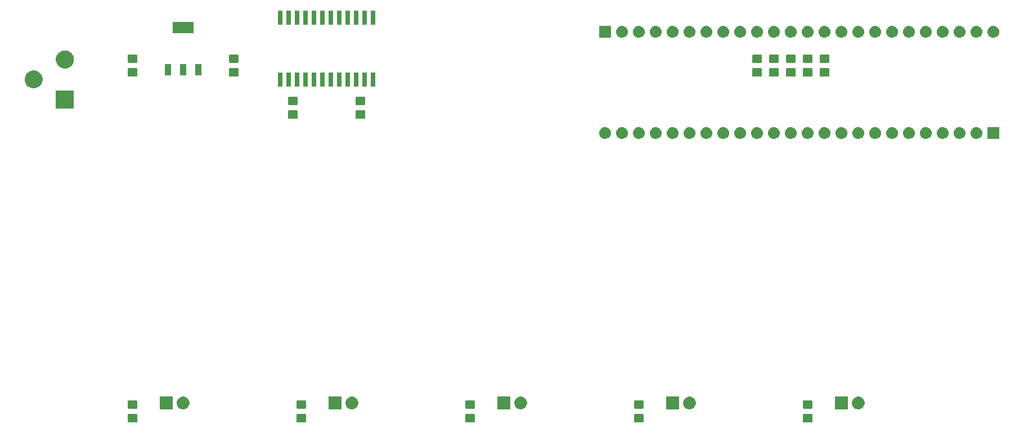
<source format=gts>
G04 #@! TF.GenerationSoftware,KiCad,Pcbnew,(5.1.2-1)-1*
G04 #@! TF.CreationDate,2019-05-07T23:35:07-07:00*
G04 #@! TF.ProjectId,control_board,636f6e74-726f-46c5-9f62-6f6172642e6b,rev?*
G04 #@! TF.SameCoordinates,Original*
G04 #@! TF.FileFunction,Soldermask,Top*
G04 #@! TF.FilePolarity,Negative*
%FSLAX46Y46*%
G04 Gerber Fmt 4.6, Leading zero omitted, Abs format (unit mm)*
G04 Created by KiCad (PCBNEW (5.1.2-1)-1) date 2019-05-07 23:35:07*
%MOMM*%
%LPD*%
G04 APERTURE LIST*
%ADD10C,0.100000*%
G04 APERTURE END LIST*
D10*
G36*
X194898674Y-112163465D02*
G01*
X194936367Y-112174899D01*
X194971103Y-112193466D01*
X195001548Y-112218452D01*
X195026534Y-112248897D01*
X195045101Y-112283633D01*
X195056535Y-112321326D01*
X195061000Y-112366661D01*
X195061000Y-113203339D01*
X195056535Y-113248674D01*
X195045101Y-113286367D01*
X195026534Y-113321103D01*
X195001548Y-113351548D01*
X194971103Y-113376534D01*
X194936367Y-113395101D01*
X194898674Y-113406535D01*
X194853339Y-113411000D01*
X193766661Y-113411000D01*
X193721326Y-113406535D01*
X193683633Y-113395101D01*
X193648897Y-113376534D01*
X193618452Y-113351548D01*
X193593466Y-113321103D01*
X193574899Y-113286367D01*
X193563465Y-113248674D01*
X193559000Y-113203339D01*
X193559000Y-112366661D01*
X193563465Y-112321326D01*
X193574899Y-112283633D01*
X193593466Y-112248897D01*
X193618452Y-112218452D01*
X193648897Y-112193466D01*
X193683633Y-112174899D01*
X193721326Y-112163465D01*
X193766661Y-112159000D01*
X194853339Y-112159000D01*
X194898674Y-112163465D01*
X194898674Y-112163465D01*
G37*
G36*
X169498674Y-112163465D02*
G01*
X169536367Y-112174899D01*
X169571103Y-112193466D01*
X169601548Y-112218452D01*
X169626534Y-112248897D01*
X169645101Y-112283633D01*
X169656535Y-112321326D01*
X169661000Y-112366661D01*
X169661000Y-113203339D01*
X169656535Y-113248674D01*
X169645101Y-113286367D01*
X169626534Y-113321103D01*
X169601548Y-113351548D01*
X169571103Y-113376534D01*
X169536367Y-113395101D01*
X169498674Y-113406535D01*
X169453339Y-113411000D01*
X168366661Y-113411000D01*
X168321326Y-113406535D01*
X168283633Y-113395101D01*
X168248897Y-113376534D01*
X168218452Y-113351548D01*
X168193466Y-113321103D01*
X168174899Y-113286367D01*
X168163465Y-113248674D01*
X168159000Y-113203339D01*
X168159000Y-112366661D01*
X168163465Y-112321326D01*
X168174899Y-112283633D01*
X168193466Y-112248897D01*
X168218452Y-112218452D01*
X168248897Y-112193466D01*
X168283633Y-112174899D01*
X168321326Y-112163465D01*
X168366661Y-112159000D01*
X169453339Y-112159000D01*
X169498674Y-112163465D01*
X169498674Y-112163465D01*
G37*
G36*
X144098674Y-112163465D02*
G01*
X144136367Y-112174899D01*
X144171103Y-112193466D01*
X144201548Y-112218452D01*
X144226534Y-112248897D01*
X144245101Y-112283633D01*
X144256535Y-112321326D01*
X144261000Y-112366661D01*
X144261000Y-113203339D01*
X144256535Y-113248674D01*
X144245101Y-113286367D01*
X144226534Y-113321103D01*
X144201548Y-113351548D01*
X144171103Y-113376534D01*
X144136367Y-113395101D01*
X144098674Y-113406535D01*
X144053339Y-113411000D01*
X142966661Y-113411000D01*
X142921326Y-113406535D01*
X142883633Y-113395101D01*
X142848897Y-113376534D01*
X142818452Y-113351548D01*
X142793466Y-113321103D01*
X142774899Y-113286367D01*
X142763465Y-113248674D01*
X142759000Y-113203339D01*
X142759000Y-112366661D01*
X142763465Y-112321326D01*
X142774899Y-112283633D01*
X142793466Y-112248897D01*
X142818452Y-112218452D01*
X142848897Y-112193466D01*
X142883633Y-112174899D01*
X142921326Y-112163465D01*
X142966661Y-112159000D01*
X144053339Y-112159000D01*
X144098674Y-112163465D01*
X144098674Y-112163465D01*
G37*
G36*
X118698674Y-112163465D02*
G01*
X118736367Y-112174899D01*
X118771103Y-112193466D01*
X118801548Y-112218452D01*
X118826534Y-112248897D01*
X118845101Y-112283633D01*
X118856535Y-112321326D01*
X118861000Y-112366661D01*
X118861000Y-113203339D01*
X118856535Y-113248674D01*
X118845101Y-113286367D01*
X118826534Y-113321103D01*
X118801548Y-113351548D01*
X118771103Y-113376534D01*
X118736367Y-113395101D01*
X118698674Y-113406535D01*
X118653339Y-113411000D01*
X117566661Y-113411000D01*
X117521326Y-113406535D01*
X117483633Y-113395101D01*
X117448897Y-113376534D01*
X117418452Y-113351548D01*
X117393466Y-113321103D01*
X117374899Y-113286367D01*
X117363465Y-113248674D01*
X117359000Y-113203339D01*
X117359000Y-112366661D01*
X117363465Y-112321326D01*
X117374899Y-112283633D01*
X117393466Y-112248897D01*
X117418452Y-112218452D01*
X117448897Y-112193466D01*
X117483633Y-112174899D01*
X117521326Y-112163465D01*
X117566661Y-112159000D01*
X118653339Y-112159000D01*
X118698674Y-112163465D01*
X118698674Y-112163465D01*
G37*
G36*
X93298674Y-112163465D02*
G01*
X93336367Y-112174899D01*
X93371103Y-112193466D01*
X93401548Y-112218452D01*
X93426534Y-112248897D01*
X93445101Y-112283633D01*
X93456535Y-112321326D01*
X93461000Y-112366661D01*
X93461000Y-113203339D01*
X93456535Y-113248674D01*
X93445101Y-113286367D01*
X93426534Y-113321103D01*
X93401548Y-113351548D01*
X93371103Y-113376534D01*
X93336367Y-113395101D01*
X93298674Y-113406535D01*
X93253339Y-113411000D01*
X92166661Y-113411000D01*
X92121326Y-113406535D01*
X92083633Y-113395101D01*
X92048897Y-113376534D01*
X92018452Y-113351548D01*
X91993466Y-113321103D01*
X91974899Y-113286367D01*
X91963465Y-113248674D01*
X91959000Y-113203339D01*
X91959000Y-112366661D01*
X91963465Y-112321326D01*
X91974899Y-112283633D01*
X91993466Y-112248897D01*
X92018452Y-112218452D01*
X92048897Y-112193466D01*
X92083633Y-112174899D01*
X92121326Y-112163465D01*
X92166661Y-112159000D01*
X93253339Y-112159000D01*
X93298674Y-112163465D01*
X93298674Y-112163465D01*
G37*
G36*
X149541000Y-111441000D02*
G01*
X147639000Y-111441000D01*
X147639000Y-109539000D01*
X149541000Y-109539000D01*
X149541000Y-111441000D01*
X149541000Y-111441000D01*
G37*
G36*
X126007395Y-109575546D02*
G01*
X126180466Y-109647234D01*
X126180467Y-109647235D01*
X126336227Y-109751310D01*
X126468690Y-109883773D01*
X126468691Y-109883775D01*
X126572766Y-110039534D01*
X126644454Y-110212605D01*
X126681000Y-110396333D01*
X126681000Y-110583667D01*
X126644454Y-110767395D01*
X126572766Y-110940466D01*
X126572765Y-110940467D01*
X126468690Y-111096227D01*
X126336227Y-111228690D01*
X126319243Y-111240038D01*
X126180466Y-111332766D01*
X126007395Y-111404454D01*
X125823667Y-111441000D01*
X125636333Y-111441000D01*
X125452605Y-111404454D01*
X125279534Y-111332766D01*
X125140757Y-111240038D01*
X125123773Y-111228690D01*
X124991310Y-111096227D01*
X124887235Y-110940467D01*
X124887234Y-110940466D01*
X124815546Y-110767395D01*
X124779000Y-110583667D01*
X124779000Y-110396333D01*
X124815546Y-110212605D01*
X124887234Y-110039534D01*
X124991309Y-109883775D01*
X124991310Y-109883773D01*
X125123773Y-109751310D01*
X125279533Y-109647235D01*
X125279534Y-109647234D01*
X125452605Y-109575546D01*
X125636333Y-109539000D01*
X125823667Y-109539000D01*
X126007395Y-109575546D01*
X126007395Y-109575546D01*
G37*
G36*
X124141000Y-111441000D02*
G01*
X122239000Y-111441000D01*
X122239000Y-109539000D01*
X124141000Y-109539000D01*
X124141000Y-111441000D01*
X124141000Y-111441000D01*
G37*
G36*
X100607395Y-109575546D02*
G01*
X100780466Y-109647234D01*
X100780467Y-109647235D01*
X100936227Y-109751310D01*
X101068690Y-109883773D01*
X101068691Y-109883775D01*
X101172766Y-110039534D01*
X101244454Y-110212605D01*
X101281000Y-110396333D01*
X101281000Y-110583667D01*
X101244454Y-110767395D01*
X101172766Y-110940466D01*
X101172765Y-110940467D01*
X101068690Y-111096227D01*
X100936227Y-111228690D01*
X100919243Y-111240038D01*
X100780466Y-111332766D01*
X100607395Y-111404454D01*
X100423667Y-111441000D01*
X100236333Y-111441000D01*
X100052605Y-111404454D01*
X99879534Y-111332766D01*
X99740757Y-111240038D01*
X99723773Y-111228690D01*
X99591310Y-111096227D01*
X99487235Y-110940467D01*
X99487234Y-110940466D01*
X99415546Y-110767395D01*
X99379000Y-110583667D01*
X99379000Y-110396333D01*
X99415546Y-110212605D01*
X99487234Y-110039534D01*
X99591309Y-109883775D01*
X99591310Y-109883773D01*
X99723773Y-109751310D01*
X99879533Y-109647235D01*
X99879534Y-109647234D01*
X100052605Y-109575546D01*
X100236333Y-109539000D01*
X100423667Y-109539000D01*
X100607395Y-109575546D01*
X100607395Y-109575546D01*
G37*
G36*
X98741000Y-111441000D02*
G01*
X96839000Y-111441000D01*
X96839000Y-109539000D01*
X98741000Y-109539000D01*
X98741000Y-111441000D01*
X98741000Y-111441000D01*
G37*
G36*
X151407395Y-109575546D02*
G01*
X151580466Y-109647234D01*
X151580467Y-109647235D01*
X151736227Y-109751310D01*
X151868690Y-109883773D01*
X151868691Y-109883775D01*
X151972766Y-110039534D01*
X152044454Y-110212605D01*
X152081000Y-110396333D01*
X152081000Y-110583667D01*
X152044454Y-110767395D01*
X151972766Y-110940466D01*
X151972765Y-110940467D01*
X151868690Y-111096227D01*
X151736227Y-111228690D01*
X151719243Y-111240038D01*
X151580466Y-111332766D01*
X151407395Y-111404454D01*
X151223667Y-111441000D01*
X151036333Y-111441000D01*
X150852605Y-111404454D01*
X150679534Y-111332766D01*
X150540757Y-111240038D01*
X150523773Y-111228690D01*
X150391310Y-111096227D01*
X150287235Y-110940467D01*
X150287234Y-110940466D01*
X150215546Y-110767395D01*
X150179000Y-110583667D01*
X150179000Y-110396333D01*
X150215546Y-110212605D01*
X150287234Y-110039534D01*
X150391309Y-109883775D01*
X150391310Y-109883773D01*
X150523773Y-109751310D01*
X150679533Y-109647235D01*
X150679534Y-109647234D01*
X150852605Y-109575546D01*
X151036333Y-109539000D01*
X151223667Y-109539000D01*
X151407395Y-109575546D01*
X151407395Y-109575546D01*
G37*
G36*
X176807395Y-109575546D02*
G01*
X176980466Y-109647234D01*
X176980467Y-109647235D01*
X177136227Y-109751310D01*
X177268690Y-109883773D01*
X177268691Y-109883775D01*
X177372766Y-110039534D01*
X177444454Y-110212605D01*
X177481000Y-110396333D01*
X177481000Y-110583667D01*
X177444454Y-110767395D01*
X177372766Y-110940466D01*
X177372765Y-110940467D01*
X177268690Y-111096227D01*
X177136227Y-111228690D01*
X177119243Y-111240038D01*
X176980466Y-111332766D01*
X176807395Y-111404454D01*
X176623667Y-111441000D01*
X176436333Y-111441000D01*
X176252605Y-111404454D01*
X176079534Y-111332766D01*
X175940757Y-111240038D01*
X175923773Y-111228690D01*
X175791310Y-111096227D01*
X175687235Y-110940467D01*
X175687234Y-110940466D01*
X175615546Y-110767395D01*
X175579000Y-110583667D01*
X175579000Y-110396333D01*
X175615546Y-110212605D01*
X175687234Y-110039534D01*
X175791309Y-109883775D01*
X175791310Y-109883773D01*
X175923773Y-109751310D01*
X176079533Y-109647235D01*
X176079534Y-109647234D01*
X176252605Y-109575546D01*
X176436333Y-109539000D01*
X176623667Y-109539000D01*
X176807395Y-109575546D01*
X176807395Y-109575546D01*
G37*
G36*
X174941000Y-111441000D02*
G01*
X173039000Y-111441000D01*
X173039000Y-109539000D01*
X174941000Y-109539000D01*
X174941000Y-111441000D01*
X174941000Y-111441000D01*
G37*
G36*
X200341000Y-111441000D02*
G01*
X198439000Y-111441000D01*
X198439000Y-109539000D01*
X200341000Y-109539000D01*
X200341000Y-111441000D01*
X200341000Y-111441000D01*
G37*
G36*
X202207395Y-109575546D02*
G01*
X202380466Y-109647234D01*
X202380467Y-109647235D01*
X202536227Y-109751310D01*
X202668690Y-109883773D01*
X202668691Y-109883775D01*
X202772766Y-110039534D01*
X202844454Y-110212605D01*
X202881000Y-110396333D01*
X202881000Y-110583667D01*
X202844454Y-110767395D01*
X202772766Y-110940466D01*
X202772765Y-110940467D01*
X202668690Y-111096227D01*
X202536227Y-111228690D01*
X202519243Y-111240038D01*
X202380466Y-111332766D01*
X202207395Y-111404454D01*
X202023667Y-111441000D01*
X201836333Y-111441000D01*
X201652605Y-111404454D01*
X201479534Y-111332766D01*
X201340757Y-111240038D01*
X201323773Y-111228690D01*
X201191310Y-111096227D01*
X201087235Y-110940467D01*
X201087234Y-110940466D01*
X201015546Y-110767395D01*
X200979000Y-110583667D01*
X200979000Y-110396333D01*
X201015546Y-110212605D01*
X201087234Y-110039534D01*
X201191309Y-109883775D01*
X201191310Y-109883773D01*
X201323773Y-109751310D01*
X201479533Y-109647235D01*
X201479534Y-109647234D01*
X201652605Y-109575546D01*
X201836333Y-109539000D01*
X202023667Y-109539000D01*
X202207395Y-109575546D01*
X202207395Y-109575546D01*
G37*
G36*
X194898674Y-110113465D02*
G01*
X194936367Y-110124899D01*
X194971103Y-110143466D01*
X195001548Y-110168452D01*
X195026534Y-110198897D01*
X195045101Y-110233633D01*
X195056535Y-110271326D01*
X195061000Y-110316661D01*
X195061000Y-111153339D01*
X195056535Y-111198674D01*
X195045101Y-111236367D01*
X195026534Y-111271103D01*
X195001548Y-111301548D01*
X194971103Y-111326534D01*
X194936367Y-111345101D01*
X194898674Y-111356535D01*
X194853339Y-111361000D01*
X193766661Y-111361000D01*
X193721326Y-111356535D01*
X193683633Y-111345101D01*
X193648897Y-111326534D01*
X193618452Y-111301548D01*
X193593466Y-111271103D01*
X193574899Y-111236367D01*
X193563465Y-111198674D01*
X193559000Y-111153339D01*
X193559000Y-110316661D01*
X193563465Y-110271326D01*
X193574899Y-110233633D01*
X193593466Y-110198897D01*
X193618452Y-110168452D01*
X193648897Y-110143466D01*
X193683633Y-110124899D01*
X193721326Y-110113465D01*
X193766661Y-110109000D01*
X194853339Y-110109000D01*
X194898674Y-110113465D01*
X194898674Y-110113465D01*
G37*
G36*
X169498674Y-110113465D02*
G01*
X169536367Y-110124899D01*
X169571103Y-110143466D01*
X169601548Y-110168452D01*
X169626534Y-110198897D01*
X169645101Y-110233633D01*
X169656535Y-110271326D01*
X169661000Y-110316661D01*
X169661000Y-111153339D01*
X169656535Y-111198674D01*
X169645101Y-111236367D01*
X169626534Y-111271103D01*
X169601548Y-111301548D01*
X169571103Y-111326534D01*
X169536367Y-111345101D01*
X169498674Y-111356535D01*
X169453339Y-111361000D01*
X168366661Y-111361000D01*
X168321326Y-111356535D01*
X168283633Y-111345101D01*
X168248897Y-111326534D01*
X168218452Y-111301548D01*
X168193466Y-111271103D01*
X168174899Y-111236367D01*
X168163465Y-111198674D01*
X168159000Y-111153339D01*
X168159000Y-110316661D01*
X168163465Y-110271326D01*
X168174899Y-110233633D01*
X168193466Y-110198897D01*
X168218452Y-110168452D01*
X168248897Y-110143466D01*
X168283633Y-110124899D01*
X168321326Y-110113465D01*
X168366661Y-110109000D01*
X169453339Y-110109000D01*
X169498674Y-110113465D01*
X169498674Y-110113465D01*
G37*
G36*
X144098674Y-110113465D02*
G01*
X144136367Y-110124899D01*
X144171103Y-110143466D01*
X144201548Y-110168452D01*
X144226534Y-110198897D01*
X144245101Y-110233633D01*
X144256535Y-110271326D01*
X144261000Y-110316661D01*
X144261000Y-111153339D01*
X144256535Y-111198674D01*
X144245101Y-111236367D01*
X144226534Y-111271103D01*
X144201548Y-111301548D01*
X144171103Y-111326534D01*
X144136367Y-111345101D01*
X144098674Y-111356535D01*
X144053339Y-111361000D01*
X142966661Y-111361000D01*
X142921326Y-111356535D01*
X142883633Y-111345101D01*
X142848897Y-111326534D01*
X142818452Y-111301548D01*
X142793466Y-111271103D01*
X142774899Y-111236367D01*
X142763465Y-111198674D01*
X142759000Y-111153339D01*
X142759000Y-110316661D01*
X142763465Y-110271326D01*
X142774899Y-110233633D01*
X142793466Y-110198897D01*
X142818452Y-110168452D01*
X142848897Y-110143466D01*
X142883633Y-110124899D01*
X142921326Y-110113465D01*
X142966661Y-110109000D01*
X144053339Y-110109000D01*
X144098674Y-110113465D01*
X144098674Y-110113465D01*
G37*
G36*
X118698674Y-110113465D02*
G01*
X118736367Y-110124899D01*
X118771103Y-110143466D01*
X118801548Y-110168452D01*
X118826534Y-110198897D01*
X118845101Y-110233633D01*
X118856535Y-110271326D01*
X118861000Y-110316661D01*
X118861000Y-111153339D01*
X118856535Y-111198674D01*
X118845101Y-111236367D01*
X118826534Y-111271103D01*
X118801548Y-111301548D01*
X118771103Y-111326534D01*
X118736367Y-111345101D01*
X118698674Y-111356535D01*
X118653339Y-111361000D01*
X117566661Y-111361000D01*
X117521326Y-111356535D01*
X117483633Y-111345101D01*
X117448897Y-111326534D01*
X117418452Y-111301548D01*
X117393466Y-111271103D01*
X117374899Y-111236367D01*
X117363465Y-111198674D01*
X117359000Y-111153339D01*
X117359000Y-110316661D01*
X117363465Y-110271326D01*
X117374899Y-110233633D01*
X117393466Y-110198897D01*
X117418452Y-110168452D01*
X117448897Y-110143466D01*
X117483633Y-110124899D01*
X117521326Y-110113465D01*
X117566661Y-110109000D01*
X118653339Y-110109000D01*
X118698674Y-110113465D01*
X118698674Y-110113465D01*
G37*
G36*
X93298674Y-110113465D02*
G01*
X93336367Y-110124899D01*
X93371103Y-110143466D01*
X93401548Y-110168452D01*
X93426534Y-110198897D01*
X93445101Y-110233633D01*
X93456535Y-110271326D01*
X93461000Y-110316661D01*
X93461000Y-111153339D01*
X93456535Y-111198674D01*
X93445101Y-111236367D01*
X93426534Y-111271103D01*
X93401548Y-111301548D01*
X93371103Y-111326534D01*
X93336367Y-111345101D01*
X93298674Y-111356535D01*
X93253339Y-111361000D01*
X92166661Y-111361000D01*
X92121326Y-111356535D01*
X92083633Y-111345101D01*
X92048897Y-111326534D01*
X92018452Y-111301548D01*
X91993466Y-111271103D01*
X91974899Y-111236367D01*
X91963465Y-111198674D01*
X91959000Y-111153339D01*
X91959000Y-110316661D01*
X91963465Y-110271326D01*
X91974899Y-110233633D01*
X91993466Y-110198897D01*
X92018452Y-110168452D01*
X92048897Y-110143466D01*
X92083633Y-110124899D01*
X92121326Y-110113465D01*
X92166661Y-110109000D01*
X93253339Y-110109000D01*
X93298674Y-110113465D01*
X93298674Y-110113465D01*
G37*
G36*
X171560443Y-68955519D02*
G01*
X171626627Y-68962037D01*
X171796466Y-69013557D01*
X171952991Y-69097222D01*
X171988729Y-69126552D01*
X172090186Y-69209814D01*
X172173448Y-69311271D01*
X172202778Y-69347009D01*
X172286443Y-69503534D01*
X172337963Y-69673373D01*
X172355359Y-69850000D01*
X172337963Y-70026627D01*
X172286443Y-70196466D01*
X172202778Y-70352991D01*
X172173448Y-70388729D01*
X172090186Y-70490186D01*
X171988729Y-70573448D01*
X171952991Y-70602778D01*
X171796466Y-70686443D01*
X171626627Y-70737963D01*
X171560443Y-70744481D01*
X171494260Y-70751000D01*
X171405740Y-70751000D01*
X171339557Y-70744481D01*
X171273373Y-70737963D01*
X171103534Y-70686443D01*
X170947009Y-70602778D01*
X170911271Y-70573448D01*
X170809814Y-70490186D01*
X170726552Y-70388729D01*
X170697222Y-70352991D01*
X170613557Y-70196466D01*
X170562037Y-70026627D01*
X170544641Y-69850000D01*
X170562037Y-69673373D01*
X170613557Y-69503534D01*
X170697222Y-69347009D01*
X170726552Y-69311271D01*
X170809814Y-69209814D01*
X170911271Y-69126552D01*
X170947009Y-69097222D01*
X171103534Y-69013557D01*
X171273373Y-68962037D01*
X171339557Y-68955519D01*
X171405740Y-68949000D01*
X171494260Y-68949000D01*
X171560443Y-68955519D01*
X171560443Y-68955519D01*
G37*
G36*
X169020443Y-68955519D02*
G01*
X169086627Y-68962037D01*
X169256466Y-69013557D01*
X169412991Y-69097222D01*
X169448729Y-69126552D01*
X169550186Y-69209814D01*
X169633448Y-69311271D01*
X169662778Y-69347009D01*
X169746443Y-69503534D01*
X169797963Y-69673373D01*
X169815359Y-69850000D01*
X169797963Y-70026627D01*
X169746443Y-70196466D01*
X169662778Y-70352991D01*
X169633448Y-70388729D01*
X169550186Y-70490186D01*
X169448729Y-70573448D01*
X169412991Y-70602778D01*
X169256466Y-70686443D01*
X169086627Y-70737963D01*
X169020443Y-70744481D01*
X168954260Y-70751000D01*
X168865740Y-70751000D01*
X168799557Y-70744481D01*
X168733373Y-70737963D01*
X168563534Y-70686443D01*
X168407009Y-70602778D01*
X168371271Y-70573448D01*
X168269814Y-70490186D01*
X168186552Y-70388729D01*
X168157222Y-70352991D01*
X168073557Y-70196466D01*
X168022037Y-70026627D01*
X168004641Y-69850000D01*
X168022037Y-69673373D01*
X168073557Y-69503534D01*
X168157222Y-69347009D01*
X168186552Y-69311271D01*
X168269814Y-69209814D01*
X168371271Y-69126552D01*
X168407009Y-69097222D01*
X168563534Y-69013557D01*
X168733373Y-68962037D01*
X168799557Y-68955519D01*
X168865740Y-68949000D01*
X168954260Y-68949000D01*
X169020443Y-68955519D01*
X169020443Y-68955519D01*
G37*
G36*
X166480443Y-68955519D02*
G01*
X166546627Y-68962037D01*
X166716466Y-69013557D01*
X166872991Y-69097222D01*
X166908729Y-69126552D01*
X167010186Y-69209814D01*
X167093448Y-69311271D01*
X167122778Y-69347009D01*
X167206443Y-69503534D01*
X167257963Y-69673373D01*
X167275359Y-69850000D01*
X167257963Y-70026627D01*
X167206443Y-70196466D01*
X167122778Y-70352991D01*
X167093448Y-70388729D01*
X167010186Y-70490186D01*
X166908729Y-70573448D01*
X166872991Y-70602778D01*
X166716466Y-70686443D01*
X166546627Y-70737963D01*
X166480443Y-70744481D01*
X166414260Y-70751000D01*
X166325740Y-70751000D01*
X166259557Y-70744481D01*
X166193373Y-70737963D01*
X166023534Y-70686443D01*
X165867009Y-70602778D01*
X165831271Y-70573448D01*
X165729814Y-70490186D01*
X165646552Y-70388729D01*
X165617222Y-70352991D01*
X165533557Y-70196466D01*
X165482037Y-70026627D01*
X165464641Y-69850000D01*
X165482037Y-69673373D01*
X165533557Y-69503534D01*
X165617222Y-69347009D01*
X165646552Y-69311271D01*
X165729814Y-69209814D01*
X165831271Y-69126552D01*
X165867009Y-69097222D01*
X166023534Y-69013557D01*
X166193373Y-68962037D01*
X166259557Y-68955519D01*
X166325740Y-68949000D01*
X166414260Y-68949000D01*
X166480443Y-68955519D01*
X166480443Y-68955519D01*
G37*
G36*
X163940443Y-68955519D02*
G01*
X164006627Y-68962037D01*
X164176466Y-69013557D01*
X164332991Y-69097222D01*
X164368729Y-69126552D01*
X164470186Y-69209814D01*
X164553448Y-69311271D01*
X164582778Y-69347009D01*
X164666443Y-69503534D01*
X164717963Y-69673373D01*
X164735359Y-69850000D01*
X164717963Y-70026627D01*
X164666443Y-70196466D01*
X164582778Y-70352991D01*
X164553448Y-70388729D01*
X164470186Y-70490186D01*
X164368729Y-70573448D01*
X164332991Y-70602778D01*
X164176466Y-70686443D01*
X164006627Y-70737963D01*
X163940443Y-70744481D01*
X163874260Y-70751000D01*
X163785740Y-70751000D01*
X163719557Y-70744481D01*
X163653373Y-70737963D01*
X163483534Y-70686443D01*
X163327009Y-70602778D01*
X163291271Y-70573448D01*
X163189814Y-70490186D01*
X163106552Y-70388729D01*
X163077222Y-70352991D01*
X162993557Y-70196466D01*
X162942037Y-70026627D01*
X162924641Y-69850000D01*
X162942037Y-69673373D01*
X162993557Y-69503534D01*
X163077222Y-69347009D01*
X163106552Y-69311271D01*
X163189814Y-69209814D01*
X163291271Y-69126552D01*
X163327009Y-69097222D01*
X163483534Y-69013557D01*
X163653373Y-68962037D01*
X163719557Y-68955519D01*
X163785740Y-68949000D01*
X163874260Y-68949000D01*
X163940443Y-68955519D01*
X163940443Y-68955519D01*
G37*
G36*
X174100443Y-68955519D02*
G01*
X174166627Y-68962037D01*
X174336466Y-69013557D01*
X174492991Y-69097222D01*
X174528729Y-69126552D01*
X174630186Y-69209814D01*
X174713448Y-69311271D01*
X174742778Y-69347009D01*
X174826443Y-69503534D01*
X174877963Y-69673373D01*
X174895359Y-69850000D01*
X174877963Y-70026627D01*
X174826443Y-70196466D01*
X174742778Y-70352991D01*
X174713448Y-70388729D01*
X174630186Y-70490186D01*
X174528729Y-70573448D01*
X174492991Y-70602778D01*
X174336466Y-70686443D01*
X174166627Y-70737963D01*
X174100443Y-70744481D01*
X174034260Y-70751000D01*
X173945740Y-70751000D01*
X173879557Y-70744481D01*
X173813373Y-70737963D01*
X173643534Y-70686443D01*
X173487009Y-70602778D01*
X173451271Y-70573448D01*
X173349814Y-70490186D01*
X173266552Y-70388729D01*
X173237222Y-70352991D01*
X173153557Y-70196466D01*
X173102037Y-70026627D01*
X173084641Y-69850000D01*
X173102037Y-69673373D01*
X173153557Y-69503534D01*
X173237222Y-69347009D01*
X173266552Y-69311271D01*
X173349814Y-69209814D01*
X173451271Y-69126552D01*
X173487009Y-69097222D01*
X173643534Y-69013557D01*
X173813373Y-68962037D01*
X173879557Y-68955519D01*
X173945740Y-68949000D01*
X174034260Y-68949000D01*
X174100443Y-68955519D01*
X174100443Y-68955519D01*
G37*
G36*
X176640443Y-68955519D02*
G01*
X176706627Y-68962037D01*
X176876466Y-69013557D01*
X177032991Y-69097222D01*
X177068729Y-69126552D01*
X177170186Y-69209814D01*
X177253448Y-69311271D01*
X177282778Y-69347009D01*
X177366443Y-69503534D01*
X177417963Y-69673373D01*
X177435359Y-69850000D01*
X177417963Y-70026627D01*
X177366443Y-70196466D01*
X177282778Y-70352991D01*
X177253448Y-70388729D01*
X177170186Y-70490186D01*
X177068729Y-70573448D01*
X177032991Y-70602778D01*
X176876466Y-70686443D01*
X176706627Y-70737963D01*
X176640443Y-70744481D01*
X176574260Y-70751000D01*
X176485740Y-70751000D01*
X176419557Y-70744481D01*
X176353373Y-70737963D01*
X176183534Y-70686443D01*
X176027009Y-70602778D01*
X175991271Y-70573448D01*
X175889814Y-70490186D01*
X175806552Y-70388729D01*
X175777222Y-70352991D01*
X175693557Y-70196466D01*
X175642037Y-70026627D01*
X175624641Y-69850000D01*
X175642037Y-69673373D01*
X175693557Y-69503534D01*
X175777222Y-69347009D01*
X175806552Y-69311271D01*
X175889814Y-69209814D01*
X175991271Y-69126552D01*
X176027009Y-69097222D01*
X176183534Y-69013557D01*
X176353373Y-68962037D01*
X176419557Y-68955519D01*
X176485740Y-68949000D01*
X176574260Y-68949000D01*
X176640443Y-68955519D01*
X176640443Y-68955519D01*
G37*
G36*
X179180443Y-68955519D02*
G01*
X179246627Y-68962037D01*
X179416466Y-69013557D01*
X179572991Y-69097222D01*
X179608729Y-69126552D01*
X179710186Y-69209814D01*
X179793448Y-69311271D01*
X179822778Y-69347009D01*
X179906443Y-69503534D01*
X179957963Y-69673373D01*
X179975359Y-69850000D01*
X179957963Y-70026627D01*
X179906443Y-70196466D01*
X179822778Y-70352991D01*
X179793448Y-70388729D01*
X179710186Y-70490186D01*
X179608729Y-70573448D01*
X179572991Y-70602778D01*
X179416466Y-70686443D01*
X179246627Y-70737963D01*
X179180443Y-70744481D01*
X179114260Y-70751000D01*
X179025740Y-70751000D01*
X178959557Y-70744481D01*
X178893373Y-70737963D01*
X178723534Y-70686443D01*
X178567009Y-70602778D01*
X178531271Y-70573448D01*
X178429814Y-70490186D01*
X178346552Y-70388729D01*
X178317222Y-70352991D01*
X178233557Y-70196466D01*
X178182037Y-70026627D01*
X178164641Y-69850000D01*
X178182037Y-69673373D01*
X178233557Y-69503534D01*
X178317222Y-69347009D01*
X178346552Y-69311271D01*
X178429814Y-69209814D01*
X178531271Y-69126552D01*
X178567009Y-69097222D01*
X178723534Y-69013557D01*
X178893373Y-68962037D01*
X178959557Y-68955519D01*
X179025740Y-68949000D01*
X179114260Y-68949000D01*
X179180443Y-68955519D01*
X179180443Y-68955519D01*
G37*
G36*
X181720443Y-68955519D02*
G01*
X181786627Y-68962037D01*
X181956466Y-69013557D01*
X182112991Y-69097222D01*
X182148729Y-69126552D01*
X182250186Y-69209814D01*
X182333448Y-69311271D01*
X182362778Y-69347009D01*
X182446443Y-69503534D01*
X182497963Y-69673373D01*
X182515359Y-69850000D01*
X182497963Y-70026627D01*
X182446443Y-70196466D01*
X182362778Y-70352991D01*
X182333448Y-70388729D01*
X182250186Y-70490186D01*
X182148729Y-70573448D01*
X182112991Y-70602778D01*
X181956466Y-70686443D01*
X181786627Y-70737963D01*
X181720443Y-70744481D01*
X181654260Y-70751000D01*
X181565740Y-70751000D01*
X181499557Y-70744481D01*
X181433373Y-70737963D01*
X181263534Y-70686443D01*
X181107009Y-70602778D01*
X181071271Y-70573448D01*
X180969814Y-70490186D01*
X180886552Y-70388729D01*
X180857222Y-70352991D01*
X180773557Y-70196466D01*
X180722037Y-70026627D01*
X180704641Y-69850000D01*
X180722037Y-69673373D01*
X180773557Y-69503534D01*
X180857222Y-69347009D01*
X180886552Y-69311271D01*
X180969814Y-69209814D01*
X181071271Y-69126552D01*
X181107009Y-69097222D01*
X181263534Y-69013557D01*
X181433373Y-68962037D01*
X181499557Y-68955519D01*
X181565740Y-68949000D01*
X181654260Y-68949000D01*
X181720443Y-68955519D01*
X181720443Y-68955519D01*
G37*
G36*
X184260443Y-68955519D02*
G01*
X184326627Y-68962037D01*
X184496466Y-69013557D01*
X184652991Y-69097222D01*
X184688729Y-69126552D01*
X184790186Y-69209814D01*
X184873448Y-69311271D01*
X184902778Y-69347009D01*
X184986443Y-69503534D01*
X185037963Y-69673373D01*
X185055359Y-69850000D01*
X185037963Y-70026627D01*
X184986443Y-70196466D01*
X184902778Y-70352991D01*
X184873448Y-70388729D01*
X184790186Y-70490186D01*
X184688729Y-70573448D01*
X184652991Y-70602778D01*
X184496466Y-70686443D01*
X184326627Y-70737963D01*
X184260443Y-70744481D01*
X184194260Y-70751000D01*
X184105740Y-70751000D01*
X184039557Y-70744481D01*
X183973373Y-70737963D01*
X183803534Y-70686443D01*
X183647009Y-70602778D01*
X183611271Y-70573448D01*
X183509814Y-70490186D01*
X183426552Y-70388729D01*
X183397222Y-70352991D01*
X183313557Y-70196466D01*
X183262037Y-70026627D01*
X183244641Y-69850000D01*
X183262037Y-69673373D01*
X183313557Y-69503534D01*
X183397222Y-69347009D01*
X183426552Y-69311271D01*
X183509814Y-69209814D01*
X183611271Y-69126552D01*
X183647009Y-69097222D01*
X183803534Y-69013557D01*
X183973373Y-68962037D01*
X184039557Y-68955519D01*
X184105740Y-68949000D01*
X184194260Y-68949000D01*
X184260443Y-68955519D01*
X184260443Y-68955519D01*
G37*
G36*
X186800443Y-68955519D02*
G01*
X186866627Y-68962037D01*
X187036466Y-69013557D01*
X187192991Y-69097222D01*
X187228729Y-69126552D01*
X187330186Y-69209814D01*
X187413448Y-69311271D01*
X187442778Y-69347009D01*
X187526443Y-69503534D01*
X187577963Y-69673373D01*
X187595359Y-69850000D01*
X187577963Y-70026627D01*
X187526443Y-70196466D01*
X187442778Y-70352991D01*
X187413448Y-70388729D01*
X187330186Y-70490186D01*
X187228729Y-70573448D01*
X187192991Y-70602778D01*
X187036466Y-70686443D01*
X186866627Y-70737963D01*
X186800443Y-70744481D01*
X186734260Y-70751000D01*
X186645740Y-70751000D01*
X186579557Y-70744481D01*
X186513373Y-70737963D01*
X186343534Y-70686443D01*
X186187009Y-70602778D01*
X186151271Y-70573448D01*
X186049814Y-70490186D01*
X185966552Y-70388729D01*
X185937222Y-70352991D01*
X185853557Y-70196466D01*
X185802037Y-70026627D01*
X185784641Y-69850000D01*
X185802037Y-69673373D01*
X185853557Y-69503534D01*
X185937222Y-69347009D01*
X185966552Y-69311271D01*
X186049814Y-69209814D01*
X186151271Y-69126552D01*
X186187009Y-69097222D01*
X186343534Y-69013557D01*
X186513373Y-68962037D01*
X186579557Y-68955519D01*
X186645740Y-68949000D01*
X186734260Y-68949000D01*
X186800443Y-68955519D01*
X186800443Y-68955519D01*
G37*
G36*
X189340443Y-68955519D02*
G01*
X189406627Y-68962037D01*
X189576466Y-69013557D01*
X189732991Y-69097222D01*
X189768729Y-69126552D01*
X189870186Y-69209814D01*
X189953448Y-69311271D01*
X189982778Y-69347009D01*
X190066443Y-69503534D01*
X190117963Y-69673373D01*
X190135359Y-69850000D01*
X190117963Y-70026627D01*
X190066443Y-70196466D01*
X189982778Y-70352991D01*
X189953448Y-70388729D01*
X189870186Y-70490186D01*
X189768729Y-70573448D01*
X189732991Y-70602778D01*
X189576466Y-70686443D01*
X189406627Y-70737963D01*
X189340443Y-70744481D01*
X189274260Y-70751000D01*
X189185740Y-70751000D01*
X189119557Y-70744481D01*
X189053373Y-70737963D01*
X188883534Y-70686443D01*
X188727009Y-70602778D01*
X188691271Y-70573448D01*
X188589814Y-70490186D01*
X188506552Y-70388729D01*
X188477222Y-70352991D01*
X188393557Y-70196466D01*
X188342037Y-70026627D01*
X188324641Y-69850000D01*
X188342037Y-69673373D01*
X188393557Y-69503534D01*
X188477222Y-69347009D01*
X188506552Y-69311271D01*
X188589814Y-69209814D01*
X188691271Y-69126552D01*
X188727009Y-69097222D01*
X188883534Y-69013557D01*
X189053373Y-68962037D01*
X189119557Y-68955519D01*
X189185740Y-68949000D01*
X189274260Y-68949000D01*
X189340443Y-68955519D01*
X189340443Y-68955519D01*
G37*
G36*
X191880443Y-68955519D02*
G01*
X191946627Y-68962037D01*
X192116466Y-69013557D01*
X192272991Y-69097222D01*
X192308729Y-69126552D01*
X192410186Y-69209814D01*
X192493448Y-69311271D01*
X192522778Y-69347009D01*
X192606443Y-69503534D01*
X192657963Y-69673373D01*
X192675359Y-69850000D01*
X192657963Y-70026627D01*
X192606443Y-70196466D01*
X192522778Y-70352991D01*
X192493448Y-70388729D01*
X192410186Y-70490186D01*
X192308729Y-70573448D01*
X192272991Y-70602778D01*
X192116466Y-70686443D01*
X191946627Y-70737963D01*
X191880443Y-70744481D01*
X191814260Y-70751000D01*
X191725740Y-70751000D01*
X191659557Y-70744481D01*
X191593373Y-70737963D01*
X191423534Y-70686443D01*
X191267009Y-70602778D01*
X191231271Y-70573448D01*
X191129814Y-70490186D01*
X191046552Y-70388729D01*
X191017222Y-70352991D01*
X190933557Y-70196466D01*
X190882037Y-70026627D01*
X190864641Y-69850000D01*
X190882037Y-69673373D01*
X190933557Y-69503534D01*
X191017222Y-69347009D01*
X191046552Y-69311271D01*
X191129814Y-69209814D01*
X191231271Y-69126552D01*
X191267009Y-69097222D01*
X191423534Y-69013557D01*
X191593373Y-68962037D01*
X191659557Y-68955519D01*
X191725740Y-68949000D01*
X191814260Y-68949000D01*
X191880443Y-68955519D01*
X191880443Y-68955519D01*
G37*
G36*
X194420443Y-68955519D02*
G01*
X194486627Y-68962037D01*
X194656466Y-69013557D01*
X194812991Y-69097222D01*
X194848729Y-69126552D01*
X194950186Y-69209814D01*
X195033448Y-69311271D01*
X195062778Y-69347009D01*
X195146443Y-69503534D01*
X195197963Y-69673373D01*
X195215359Y-69850000D01*
X195197963Y-70026627D01*
X195146443Y-70196466D01*
X195062778Y-70352991D01*
X195033448Y-70388729D01*
X194950186Y-70490186D01*
X194848729Y-70573448D01*
X194812991Y-70602778D01*
X194656466Y-70686443D01*
X194486627Y-70737963D01*
X194420443Y-70744481D01*
X194354260Y-70751000D01*
X194265740Y-70751000D01*
X194199557Y-70744481D01*
X194133373Y-70737963D01*
X193963534Y-70686443D01*
X193807009Y-70602778D01*
X193771271Y-70573448D01*
X193669814Y-70490186D01*
X193586552Y-70388729D01*
X193557222Y-70352991D01*
X193473557Y-70196466D01*
X193422037Y-70026627D01*
X193404641Y-69850000D01*
X193422037Y-69673373D01*
X193473557Y-69503534D01*
X193557222Y-69347009D01*
X193586552Y-69311271D01*
X193669814Y-69209814D01*
X193771271Y-69126552D01*
X193807009Y-69097222D01*
X193963534Y-69013557D01*
X194133373Y-68962037D01*
X194199557Y-68955519D01*
X194265740Y-68949000D01*
X194354260Y-68949000D01*
X194420443Y-68955519D01*
X194420443Y-68955519D01*
G37*
G36*
X196960443Y-68955519D02*
G01*
X197026627Y-68962037D01*
X197196466Y-69013557D01*
X197352991Y-69097222D01*
X197388729Y-69126552D01*
X197490186Y-69209814D01*
X197573448Y-69311271D01*
X197602778Y-69347009D01*
X197686443Y-69503534D01*
X197737963Y-69673373D01*
X197755359Y-69850000D01*
X197737963Y-70026627D01*
X197686443Y-70196466D01*
X197602778Y-70352991D01*
X197573448Y-70388729D01*
X197490186Y-70490186D01*
X197388729Y-70573448D01*
X197352991Y-70602778D01*
X197196466Y-70686443D01*
X197026627Y-70737963D01*
X196960443Y-70744481D01*
X196894260Y-70751000D01*
X196805740Y-70751000D01*
X196739557Y-70744481D01*
X196673373Y-70737963D01*
X196503534Y-70686443D01*
X196347009Y-70602778D01*
X196311271Y-70573448D01*
X196209814Y-70490186D01*
X196126552Y-70388729D01*
X196097222Y-70352991D01*
X196013557Y-70196466D01*
X195962037Y-70026627D01*
X195944641Y-69850000D01*
X195962037Y-69673373D01*
X196013557Y-69503534D01*
X196097222Y-69347009D01*
X196126552Y-69311271D01*
X196209814Y-69209814D01*
X196311271Y-69126552D01*
X196347009Y-69097222D01*
X196503534Y-69013557D01*
X196673373Y-68962037D01*
X196739557Y-68955519D01*
X196805740Y-68949000D01*
X196894260Y-68949000D01*
X196960443Y-68955519D01*
X196960443Y-68955519D01*
G37*
G36*
X199500443Y-68955519D02*
G01*
X199566627Y-68962037D01*
X199736466Y-69013557D01*
X199892991Y-69097222D01*
X199928729Y-69126552D01*
X200030186Y-69209814D01*
X200113448Y-69311271D01*
X200142778Y-69347009D01*
X200226443Y-69503534D01*
X200277963Y-69673373D01*
X200295359Y-69850000D01*
X200277963Y-70026627D01*
X200226443Y-70196466D01*
X200142778Y-70352991D01*
X200113448Y-70388729D01*
X200030186Y-70490186D01*
X199928729Y-70573448D01*
X199892991Y-70602778D01*
X199736466Y-70686443D01*
X199566627Y-70737963D01*
X199500443Y-70744481D01*
X199434260Y-70751000D01*
X199345740Y-70751000D01*
X199279557Y-70744481D01*
X199213373Y-70737963D01*
X199043534Y-70686443D01*
X198887009Y-70602778D01*
X198851271Y-70573448D01*
X198749814Y-70490186D01*
X198666552Y-70388729D01*
X198637222Y-70352991D01*
X198553557Y-70196466D01*
X198502037Y-70026627D01*
X198484641Y-69850000D01*
X198502037Y-69673373D01*
X198553557Y-69503534D01*
X198637222Y-69347009D01*
X198666552Y-69311271D01*
X198749814Y-69209814D01*
X198851271Y-69126552D01*
X198887009Y-69097222D01*
X199043534Y-69013557D01*
X199213373Y-68962037D01*
X199279557Y-68955519D01*
X199345740Y-68949000D01*
X199434260Y-68949000D01*
X199500443Y-68955519D01*
X199500443Y-68955519D01*
G37*
G36*
X202040443Y-68955519D02*
G01*
X202106627Y-68962037D01*
X202276466Y-69013557D01*
X202432991Y-69097222D01*
X202468729Y-69126552D01*
X202570186Y-69209814D01*
X202653448Y-69311271D01*
X202682778Y-69347009D01*
X202766443Y-69503534D01*
X202817963Y-69673373D01*
X202835359Y-69850000D01*
X202817963Y-70026627D01*
X202766443Y-70196466D01*
X202682778Y-70352991D01*
X202653448Y-70388729D01*
X202570186Y-70490186D01*
X202468729Y-70573448D01*
X202432991Y-70602778D01*
X202276466Y-70686443D01*
X202106627Y-70737963D01*
X202040443Y-70744481D01*
X201974260Y-70751000D01*
X201885740Y-70751000D01*
X201819557Y-70744481D01*
X201753373Y-70737963D01*
X201583534Y-70686443D01*
X201427009Y-70602778D01*
X201391271Y-70573448D01*
X201289814Y-70490186D01*
X201206552Y-70388729D01*
X201177222Y-70352991D01*
X201093557Y-70196466D01*
X201042037Y-70026627D01*
X201024641Y-69850000D01*
X201042037Y-69673373D01*
X201093557Y-69503534D01*
X201177222Y-69347009D01*
X201206552Y-69311271D01*
X201289814Y-69209814D01*
X201391271Y-69126552D01*
X201427009Y-69097222D01*
X201583534Y-69013557D01*
X201753373Y-68962037D01*
X201819557Y-68955519D01*
X201885740Y-68949000D01*
X201974260Y-68949000D01*
X202040443Y-68955519D01*
X202040443Y-68955519D01*
G37*
G36*
X204580443Y-68955519D02*
G01*
X204646627Y-68962037D01*
X204816466Y-69013557D01*
X204972991Y-69097222D01*
X205008729Y-69126552D01*
X205110186Y-69209814D01*
X205193448Y-69311271D01*
X205222778Y-69347009D01*
X205306443Y-69503534D01*
X205357963Y-69673373D01*
X205375359Y-69850000D01*
X205357963Y-70026627D01*
X205306443Y-70196466D01*
X205222778Y-70352991D01*
X205193448Y-70388729D01*
X205110186Y-70490186D01*
X205008729Y-70573448D01*
X204972991Y-70602778D01*
X204816466Y-70686443D01*
X204646627Y-70737963D01*
X204580443Y-70744481D01*
X204514260Y-70751000D01*
X204425740Y-70751000D01*
X204359557Y-70744481D01*
X204293373Y-70737963D01*
X204123534Y-70686443D01*
X203967009Y-70602778D01*
X203931271Y-70573448D01*
X203829814Y-70490186D01*
X203746552Y-70388729D01*
X203717222Y-70352991D01*
X203633557Y-70196466D01*
X203582037Y-70026627D01*
X203564641Y-69850000D01*
X203582037Y-69673373D01*
X203633557Y-69503534D01*
X203717222Y-69347009D01*
X203746552Y-69311271D01*
X203829814Y-69209814D01*
X203931271Y-69126552D01*
X203967009Y-69097222D01*
X204123534Y-69013557D01*
X204293373Y-68962037D01*
X204359557Y-68955519D01*
X204425740Y-68949000D01*
X204514260Y-68949000D01*
X204580443Y-68955519D01*
X204580443Y-68955519D01*
G37*
G36*
X207120443Y-68955519D02*
G01*
X207186627Y-68962037D01*
X207356466Y-69013557D01*
X207512991Y-69097222D01*
X207548729Y-69126552D01*
X207650186Y-69209814D01*
X207733448Y-69311271D01*
X207762778Y-69347009D01*
X207846443Y-69503534D01*
X207897963Y-69673373D01*
X207915359Y-69850000D01*
X207897963Y-70026627D01*
X207846443Y-70196466D01*
X207762778Y-70352991D01*
X207733448Y-70388729D01*
X207650186Y-70490186D01*
X207548729Y-70573448D01*
X207512991Y-70602778D01*
X207356466Y-70686443D01*
X207186627Y-70737963D01*
X207120443Y-70744481D01*
X207054260Y-70751000D01*
X206965740Y-70751000D01*
X206899557Y-70744481D01*
X206833373Y-70737963D01*
X206663534Y-70686443D01*
X206507009Y-70602778D01*
X206471271Y-70573448D01*
X206369814Y-70490186D01*
X206286552Y-70388729D01*
X206257222Y-70352991D01*
X206173557Y-70196466D01*
X206122037Y-70026627D01*
X206104641Y-69850000D01*
X206122037Y-69673373D01*
X206173557Y-69503534D01*
X206257222Y-69347009D01*
X206286552Y-69311271D01*
X206369814Y-69209814D01*
X206471271Y-69126552D01*
X206507009Y-69097222D01*
X206663534Y-69013557D01*
X206833373Y-68962037D01*
X206899557Y-68955519D01*
X206965740Y-68949000D01*
X207054260Y-68949000D01*
X207120443Y-68955519D01*
X207120443Y-68955519D01*
G37*
G36*
X209660443Y-68955519D02*
G01*
X209726627Y-68962037D01*
X209896466Y-69013557D01*
X210052991Y-69097222D01*
X210088729Y-69126552D01*
X210190186Y-69209814D01*
X210273448Y-69311271D01*
X210302778Y-69347009D01*
X210386443Y-69503534D01*
X210437963Y-69673373D01*
X210455359Y-69850000D01*
X210437963Y-70026627D01*
X210386443Y-70196466D01*
X210302778Y-70352991D01*
X210273448Y-70388729D01*
X210190186Y-70490186D01*
X210088729Y-70573448D01*
X210052991Y-70602778D01*
X209896466Y-70686443D01*
X209726627Y-70737963D01*
X209660443Y-70744481D01*
X209594260Y-70751000D01*
X209505740Y-70751000D01*
X209439557Y-70744481D01*
X209373373Y-70737963D01*
X209203534Y-70686443D01*
X209047009Y-70602778D01*
X209011271Y-70573448D01*
X208909814Y-70490186D01*
X208826552Y-70388729D01*
X208797222Y-70352991D01*
X208713557Y-70196466D01*
X208662037Y-70026627D01*
X208644641Y-69850000D01*
X208662037Y-69673373D01*
X208713557Y-69503534D01*
X208797222Y-69347009D01*
X208826552Y-69311271D01*
X208909814Y-69209814D01*
X209011271Y-69126552D01*
X209047009Y-69097222D01*
X209203534Y-69013557D01*
X209373373Y-68962037D01*
X209439557Y-68955519D01*
X209505740Y-68949000D01*
X209594260Y-68949000D01*
X209660443Y-68955519D01*
X209660443Y-68955519D01*
G37*
G36*
X212200443Y-68955519D02*
G01*
X212266627Y-68962037D01*
X212436466Y-69013557D01*
X212592991Y-69097222D01*
X212628729Y-69126552D01*
X212730186Y-69209814D01*
X212813448Y-69311271D01*
X212842778Y-69347009D01*
X212926443Y-69503534D01*
X212977963Y-69673373D01*
X212995359Y-69850000D01*
X212977963Y-70026627D01*
X212926443Y-70196466D01*
X212842778Y-70352991D01*
X212813448Y-70388729D01*
X212730186Y-70490186D01*
X212628729Y-70573448D01*
X212592991Y-70602778D01*
X212436466Y-70686443D01*
X212266627Y-70737963D01*
X212200443Y-70744481D01*
X212134260Y-70751000D01*
X212045740Y-70751000D01*
X211979557Y-70744481D01*
X211913373Y-70737963D01*
X211743534Y-70686443D01*
X211587009Y-70602778D01*
X211551271Y-70573448D01*
X211449814Y-70490186D01*
X211366552Y-70388729D01*
X211337222Y-70352991D01*
X211253557Y-70196466D01*
X211202037Y-70026627D01*
X211184641Y-69850000D01*
X211202037Y-69673373D01*
X211253557Y-69503534D01*
X211337222Y-69347009D01*
X211366552Y-69311271D01*
X211449814Y-69209814D01*
X211551271Y-69126552D01*
X211587009Y-69097222D01*
X211743534Y-69013557D01*
X211913373Y-68962037D01*
X211979557Y-68955519D01*
X212045740Y-68949000D01*
X212134260Y-68949000D01*
X212200443Y-68955519D01*
X212200443Y-68955519D01*
G37*
G36*
X214740443Y-68955519D02*
G01*
X214806627Y-68962037D01*
X214976466Y-69013557D01*
X215132991Y-69097222D01*
X215168729Y-69126552D01*
X215270186Y-69209814D01*
X215353448Y-69311271D01*
X215382778Y-69347009D01*
X215466443Y-69503534D01*
X215517963Y-69673373D01*
X215535359Y-69850000D01*
X215517963Y-70026627D01*
X215466443Y-70196466D01*
X215382778Y-70352991D01*
X215353448Y-70388729D01*
X215270186Y-70490186D01*
X215168729Y-70573448D01*
X215132991Y-70602778D01*
X214976466Y-70686443D01*
X214806627Y-70737963D01*
X214740443Y-70744481D01*
X214674260Y-70751000D01*
X214585740Y-70751000D01*
X214519557Y-70744481D01*
X214453373Y-70737963D01*
X214283534Y-70686443D01*
X214127009Y-70602778D01*
X214091271Y-70573448D01*
X213989814Y-70490186D01*
X213906552Y-70388729D01*
X213877222Y-70352991D01*
X213793557Y-70196466D01*
X213742037Y-70026627D01*
X213724641Y-69850000D01*
X213742037Y-69673373D01*
X213793557Y-69503534D01*
X213877222Y-69347009D01*
X213906552Y-69311271D01*
X213989814Y-69209814D01*
X214091271Y-69126552D01*
X214127009Y-69097222D01*
X214283534Y-69013557D01*
X214453373Y-68962037D01*
X214519557Y-68955519D01*
X214585740Y-68949000D01*
X214674260Y-68949000D01*
X214740443Y-68955519D01*
X214740443Y-68955519D01*
G37*
G36*
X217280443Y-68955519D02*
G01*
X217346627Y-68962037D01*
X217516466Y-69013557D01*
X217672991Y-69097222D01*
X217708729Y-69126552D01*
X217810186Y-69209814D01*
X217893448Y-69311271D01*
X217922778Y-69347009D01*
X218006443Y-69503534D01*
X218057963Y-69673373D01*
X218075359Y-69850000D01*
X218057963Y-70026627D01*
X218006443Y-70196466D01*
X217922778Y-70352991D01*
X217893448Y-70388729D01*
X217810186Y-70490186D01*
X217708729Y-70573448D01*
X217672991Y-70602778D01*
X217516466Y-70686443D01*
X217346627Y-70737963D01*
X217280443Y-70744481D01*
X217214260Y-70751000D01*
X217125740Y-70751000D01*
X217059557Y-70744481D01*
X216993373Y-70737963D01*
X216823534Y-70686443D01*
X216667009Y-70602778D01*
X216631271Y-70573448D01*
X216529814Y-70490186D01*
X216446552Y-70388729D01*
X216417222Y-70352991D01*
X216333557Y-70196466D01*
X216282037Y-70026627D01*
X216264641Y-69850000D01*
X216282037Y-69673373D01*
X216333557Y-69503534D01*
X216417222Y-69347009D01*
X216446552Y-69311271D01*
X216529814Y-69209814D01*
X216631271Y-69126552D01*
X216667009Y-69097222D01*
X216823534Y-69013557D01*
X216993373Y-68962037D01*
X217059557Y-68955519D01*
X217125740Y-68949000D01*
X217214260Y-68949000D01*
X217280443Y-68955519D01*
X217280443Y-68955519D01*
G37*
G36*
X219820443Y-68955519D02*
G01*
X219886627Y-68962037D01*
X220056466Y-69013557D01*
X220212991Y-69097222D01*
X220248729Y-69126552D01*
X220350186Y-69209814D01*
X220433448Y-69311271D01*
X220462778Y-69347009D01*
X220546443Y-69503534D01*
X220597963Y-69673373D01*
X220615359Y-69850000D01*
X220597963Y-70026627D01*
X220546443Y-70196466D01*
X220462778Y-70352991D01*
X220433448Y-70388729D01*
X220350186Y-70490186D01*
X220248729Y-70573448D01*
X220212991Y-70602778D01*
X220056466Y-70686443D01*
X219886627Y-70737963D01*
X219820443Y-70744481D01*
X219754260Y-70751000D01*
X219665740Y-70751000D01*
X219599557Y-70744481D01*
X219533373Y-70737963D01*
X219363534Y-70686443D01*
X219207009Y-70602778D01*
X219171271Y-70573448D01*
X219069814Y-70490186D01*
X218986552Y-70388729D01*
X218957222Y-70352991D01*
X218873557Y-70196466D01*
X218822037Y-70026627D01*
X218804641Y-69850000D01*
X218822037Y-69673373D01*
X218873557Y-69503534D01*
X218957222Y-69347009D01*
X218986552Y-69311271D01*
X219069814Y-69209814D01*
X219171271Y-69126552D01*
X219207009Y-69097222D01*
X219363534Y-69013557D01*
X219533373Y-68962037D01*
X219599557Y-68955519D01*
X219665740Y-68949000D01*
X219754260Y-68949000D01*
X219820443Y-68955519D01*
X219820443Y-68955519D01*
G37*
G36*
X223151000Y-70751000D02*
G01*
X221349000Y-70751000D01*
X221349000Y-68949000D01*
X223151000Y-68949000D01*
X223151000Y-70751000D01*
X223151000Y-70751000D01*
G37*
G36*
X127588674Y-66443465D02*
G01*
X127626367Y-66454899D01*
X127661103Y-66473466D01*
X127691548Y-66498452D01*
X127716534Y-66528897D01*
X127735101Y-66563633D01*
X127746535Y-66601326D01*
X127751000Y-66646661D01*
X127751000Y-67483339D01*
X127746535Y-67528674D01*
X127735101Y-67566367D01*
X127716534Y-67601103D01*
X127691548Y-67631548D01*
X127661103Y-67656534D01*
X127626367Y-67675101D01*
X127588674Y-67686535D01*
X127543339Y-67691000D01*
X126456661Y-67691000D01*
X126411326Y-67686535D01*
X126373633Y-67675101D01*
X126338897Y-67656534D01*
X126308452Y-67631548D01*
X126283466Y-67601103D01*
X126264899Y-67566367D01*
X126253465Y-67528674D01*
X126249000Y-67483339D01*
X126249000Y-66646661D01*
X126253465Y-66601326D01*
X126264899Y-66563633D01*
X126283466Y-66528897D01*
X126308452Y-66498452D01*
X126338897Y-66473466D01*
X126373633Y-66454899D01*
X126411326Y-66443465D01*
X126456661Y-66439000D01*
X127543339Y-66439000D01*
X127588674Y-66443465D01*
X127588674Y-66443465D01*
G37*
G36*
X117428674Y-66443465D02*
G01*
X117466367Y-66454899D01*
X117501103Y-66473466D01*
X117531548Y-66498452D01*
X117556534Y-66528897D01*
X117575101Y-66563633D01*
X117586535Y-66601326D01*
X117591000Y-66646661D01*
X117591000Y-67483339D01*
X117586535Y-67528674D01*
X117575101Y-67566367D01*
X117556534Y-67601103D01*
X117531548Y-67631548D01*
X117501103Y-67656534D01*
X117466367Y-67675101D01*
X117428674Y-67686535D01*
X117383339Y-67691000D01*
X116296661Y-67691000D01*
X116251326Y-67686535D01*
X116213633Y-67675101D01*
X116178897Y-67656534D01*
X116148452Y-67631548D01*
X116123466Y-67601103D01*
X116104899Y-67566367D01*
X116093465Y-67528674D01*
X116089000Y-67483339D01*
X116089000Y-66646661D01*
X116093465Y-66601326D01*
X116104899Y-66563633D01*
X116123466Y-66528897D01*
X116148452Y-66498452D01*
X116178897Y-66473466D01*
X116213633Y-66454899D01*
X116251326Y-66443465D01*
X116296661Y-66439000D01*
X117383339Y-66439000D01*
X117428674Y-66443465D01*
X117428674Y-66443465D01*
G37*
G36*
X83901000Y-66121000D02*
G01*
X81199000Y-66121000D01*
X81199000Y-63419000D01*
X83901000Y-63419000D01*
X83901000Y-66121000D01*
X83901000Y-66121000D01*
G37*
G36*
X127588674Y-64393465D02*
G01*
X127626367Y-64404899D01*
X127661103Y-64423466D01*
X127691548Y-64448452D01*
X127716534Y-64478897D01*
X127735101Y-64513633D01*
X127746535Y-64551326D01*
X127751000Y-64596661D01*
X127751000Y-65433339D01*
X127746535Y-65478674D01*
X127735101Y-65516367D01*
X127716534Y-65551103D01*
X127691548Y-65581548D01*
X127661103Y-65606534D01*
X127626367Y-65625101D01*
X127588674Y-65636535D01*
X127543339Y-65641000D01*
X126456661Y-65641000D01*
X126411326Y-65636535D01*
X126373633Y-65625101D01*
X126338897Y-65606534D01*
X126308452Y-65581548D01*
X126283466Y-65551103D01*
X126264899Y-65516367D01*
X126253465Y-65478674D01*
X126249000Y-65433339D01*
X126249000Y-64596661D01*
X126253465Y-64551326D01*
X126264899Y-64513633D01*
X126283466Y-64478897D01*
X126308452Y-64448452D01*
X126338897Y-64423466D01*
X126373633Y-64404899D01*
X126411326Y-64393465D01*
X126456661Y-64389000D01*
X127543339Y-64389000D01*
X127588674Y-64393465D01*
X127588674Y-64393465D01*
G37*
G36*
X117428674Y-64393465D02*
G01*
X117466367Y-64404899D01*
X117501103Y-64423466D01*
X117531548Y-64448452D01*
X117556534Y-64478897D01*
X117575101Y-64513633D01*
X117586535Y-64551326D01*
X117591000Y-64596661D01*
X117591000Y-65433339D01*
X117586535Y-65478674D01*
X117575101Y-65516367D01*
X117556534Y-65551103D01*
X117531548Y-65581548D01*
X117501103Y-65606534D01*
X117466367Y-65625101D01*
X117428674Y-65636535D01*
X117383339Y-65641000D01*
X116296661Y-65641000D01*
X116251326Y-65636535D01*
X116213633Y-65625101D01*
X116178897Y-65606534D01*
X116148452Y-65581548D01*
X116123466Y-65551103D01*
X116104899Y-65516367D01*
X116093465Y-65478674D01*
X116089000Y-65433339D01*
X116089000Y-64596661D01*
X116093465Y-64551326D01*
X116104899Y-64513633D01*
X116123466Y-64478897D01*
X116148452Y-64448452D01*
X116178897Y-64423466D01*
X116213633Y-64404899D01*
X116251326Y-64393465D01*
X116296661Y-64389000D01*
X117383339Y-64389000D01*
X117428674Y-64393465D01*
X117428674Y-64393465D01*
G37*
G36*
X78244072Y-60470918D02*
G01*
X78489939Y-60572759D01*
X78711212Y-60720610D01*
X78899390Y-60908788D01*
X79041805Y-61121925D01*
X79047242Y-61130063D01*
X79149082Y-61375928D01*
X79201000Y-61636937D01*
X79201000Y-61903063D01*
X79149082Y-62164072D01*
X79047242Y-62409937D01*
X78899391Y-62631211D01*
X78711211Y-62819391D01*
X78626490Y-62876000D01*
X78489939Y-62967241D01*
X78489938Y-62967242D01*
X78489937Y-62967242D01*
X78244072Y-63069082D01*
X77983063Y-63121000D01*
X77716937Y-63121000D01*
X77455928Y-63069082D01*
X77210063Y-62967242D01*
X77210062Y-62967242D01*
X77210061Y-62967241D01*
X77073510Y-62876000D01*
X76988789Y-62819391D01*
X76800609Y-62631211D01*
X76652758Y-62409937D01*
X76550918Y-62164072D01*
X76499000Y-61903063D01*
X76499000Y-61636937D01*
X76550918Y-61375928D01*
X76652758Y-61130063D01*
X76658196Y-61121925D01*
X76800610Y-60908788D01*
X76988788Y-60720610D01*
X77210061Y-60572759D01*
X77455928Y-60470918D01*
X77716937Y-60419000D01*
X77983063Y-60419000D01*
X78244072Y-60470918D01*
X78244072Y-60470918D01*
G37*
G36*
X122814928Y-60726764D02*
G01*
X122836009Y-60733160D01*
X122855445Y-60743548D01*
X122872476Y-60757524D01*
X122886452Y-60774555D01*
X122896840Y-60793991D01*
X122903236Y-60815072D01*
X122906000Y-60843140D01*
X122906000Y-62756860D01*
X122903236Y-62784928D01*
X122896840Y-62806009D01*
X122886452Y-62825445D01*
X122872476Y-62842476D01*
X122855445Y-62856452D01*
X122836009Y-62866840D01*
X122814928Y-62873236D01*
X122786860Y-62876000D01*
X122323140Y-62876000D01*
X122295072Y-62873236D01*
X122273991Y-62866840D01*
X122254555Y-62856452D01*
X122237524Y-62842476D01*
X122223548Y-62825445D01*
X122213160Y-62806009D01*
X122206764Y-62784928D01*
X122204000Y-62756860D01*
X122204000Y-60843140D01*
X122206764Y-60815072D01*
X122213160Y-60793991D01*
X122223548Y-60774555D01*
X122237524Y-60757524D01*
X122254555Y-60743548D01*
X122273991Y-60733160D01*
X122295072Y-60726764D01*
X122323140Y-60724000D01*
X122786860Y-60724000D01*
X122814928Y-60726764D01*
X122814928Y-60726764D01*
G37*
G36*
X121544928Y-60726764D02*
G01*
X121566009Y-60733160D01*
X121585445Y-60743548D01*
X121602476Y-60757524D01*
X121616452Y-60774555D01*
X121626840Y-60793991D01*
X121633236Y-60815072D01*
X121636000Y-60843140D01*
X121636000Y-62756860D01*
X121633236Y-62784928D01*
X121626840Y-62806009D01*
X121616452Y-62825445D01*
X121602476Y-62842476D01*
X121585445Y-62856452D01*
X121566009Y-62866840D01*
X121544928Y-62873236D01*
X121516860Y-62876000D01*
X121053140Y-62876000D01*
X121025072Y-62873236D01*
X121003991Y-62866840D01*
X120984555Y-62856452D01*
X120967524Y-62842476D01*
X120953548Y-62825445D01*
X120943160Y-62806009D01*
X120936764Y-62784928D01*
X120934000Y-62756860D01*
X120934000Y-60843140D01*
X120936764Y-60815072D01*
X120943160Y-60793991D01*
X120953548Y-60774555D01*
X120967524Y-60757524D01*
X120984555Y-60743548D01*
X121003991Y-60733160D01*
X121025072Y-60726764D01*
X121053140Y-60724000D01*
X121516860Y-60724000D01*
X121544928Y-60726764D01*
X121544928Y-60726764D01*
G37*
G36*
X120274928Y-60726764D02*
G01*
X120296009Y-60733160D01*
X120315445Y-60743548D01*
X120332476Y-60757524D01*
X120346452Y-60774555D01*
X120356840Y-60793991D01*
X120363236Y-60815072D01*
X120366000Y-60843140D01*
X120366000Y-62756860D01*
X120363236Y-62784928D01*
X120356840Y-62806009D01*
X120346452Y-62825445D01*
X120332476Y-62842476D01*
X120315445Y-62856452D01*
X120296009Y-62866840D01*
X120274928Y-62873236D01*
X120246860Y-62876000D01*
X119783140Y-62876000D01*
X119755072Y-62873236D01*
X119733991Y-62866840D01*
X119714555Y-62856452D01*
X119697524Y-62842476D01*
X119683548Y-62825445D01*
X119673160Y-62806009D01*
X119666764Y-62784928D01*
X119664000Y-62756860D01*
X119664000Y-60843140D01*
X119666764Y-60815072D01*
X119673160Y-60793991D01*
X119683548Y-60774555D01*
X119697524Y-60757524D01*
X119714555Y-60743548D01*
X119733991Y-60733160D01*
X119755072Y-60726764D01*
X119783140Y-60724000D01*
X120246860Y-60724000D01*
X120274928Y-60726764D01*
X120274928Y-60726764D01*
G37*
G36*
X119004928Y-60726764D02*
G01*
X119026009Y-60733160D01*
X119045445Y-60743548D01*
X119062476Y-60757524D01*
X119076452Y-60774555D01*
X119086840Y-60793991D01*
X119093236Y-60815072D01*
X119096000Y-60843140D01*
X119096000Y-62756860D01*
X119093236Y-62784928D01*
X119086840Y-62806009D01*
X119076452Y-62825445D01*
X119062476Y-62842476D01*
X119045445Y-62856452D01*
X119026009Y-62866840D01*
X119004928Y-62873236D01*
X118976860Y-62876000D01*
X118513140Y-62876000D01*
X118485072Y-62873236D01*
X118463991Y-62866840D01*
X118444555Y-62856452D01*
X118427524Y-62842476D01*
X118413548Y-62825445D01*
X118403160Y-62806009D01*
X118396764Y-62784928D01*
X118394000Y-62756860D01*
X118394000Y-60843140D01*
X118396764Y-60815072D01*
X118403160Y-60793991D01*
X118413548Y-60774555D01*
X118427524Y-60757524D01*
X118444555Y-60743548D01*
X118463991Y-60733160D01*
X118485072Y-60726764D01*
X118513140Y-60724000D01*
X118976860Y-60724000D01*
X119004928Y-60726764D01*
X119004928Y-60726764D01*
G37*
G36*
X117734928Y-60726764D02*
G01*
X117756009Y-60733160D01*
X117775445Y-60743548D01*
X117792476Y-60757524D01*
X117806452Y-60774555D01*
X117816840Y-60793991D01*
X117823236Y-60815072D01*
X117826000Y-60843140D01*
X117826000Y-62756860D01*
X117823236Y-62784928D01*
X117816840Y-62806009D01*
X117806452Y-62825445D01*
X117792476Y-62842476D01*
X117775445Y-62856452D01*
X117756009Y-62866840D01*
X117734928Y-62873236D01*
X117706860Y-62876000D01*
X117243140Y-62876000D01*
X117215072Y-62873236D01*
X117193991Y-62866840D01*
X117174555Y-62856452D01*
X117157524Y-62842476D01*
X117143548Y-62825445D01*
X117133160Y-62806009D01*
X117126764Y-62784928D01*
X117124000Y-62756860D01*
X117124000Y-60843140D01*
X117126764Y-60815072D01*
X117133160Y-60793991D01*
X117143548Y-60774555D01*
X117157524Y-60757524D01*
X117174555Y-60743548D01*
X117193991Y-60733160D01*
X117215072Y-60726764D01*
X117243140Y-60724000D01*
X117706860Y-60724000D01*
X117734928Y-60726764D01*
X117734928Y-60726764D01*
G37*
G36*
X116464928Y-60726764D02*
G01*
X116486009Y-60733160D01*
X116505445Y-60743548D01*
X116522476Y-60757524D01*
X116536452Y-60774555D01*
X116546840Y-60793991D01*
X116553236Y-60815072D01*
X116556000Y-60843140D01*
X116556000Y-62756860D01*
X116553236Y-62784928D01*
X116546840Y-62806009D01*
X116536452Y-62825445D01*
X116522476Y-62842476D01*
X116505445Y-62856452D01*
X116486009Y-62866840D01*
X116464928Y-62873236D01*
X116436860Y-62876000D01*
X115973140Y-62876000D01*
X115945072Y-62873236D01*
X115923991Y-62866840D01*
X115904555Y-62856452D01*
X115887524Y-62842476D01*
X115873548Y-62825445D01*
X115863160Y-62806009D01*
X115856764Y-62784928D01*
X115854000Y-62756860D01*
X115854000Y-60843140D01*
X115856764Y-60815072D01*
X115863160Y-60793991D01*
X115873548Y-60774555D01*
X115887524Y-60757524D01*
X115904555Y-60743548D01*
X115923991Y-60733160D01*
X115945072Y-60726764D01*
X115973140Y-60724000D01*
X116436860Y-60724000D01*
X116464928Y-60726764D01*
X116464928Y-60726764D01*
G37*
G36*
X129164928Y-60726764D02*
G01*
X129186009Y-60733160D01*
X129205445Y-60743548D01*
X129222476Y-60757524D01*
X129236452Y-60774555D01*
X129246840Y-60793991D01*
X129253236Y-60815072D01*
X129256000Y-60843140D01*
X129256000Y-62756860D01*
X129253236Y-62784928D01*
X129246840Y-62806009D01*
X129236452Y-62825445D01*
X129222476Y-62842476D01*
X129205445Y-62856452D01*
X129186009Y-62866840D01*
X129164928Y-62873236D01*
X129136860Y-62876000D01*
X128673140Y-62876000D01*
X128645072Y-62873236D01*
X128623991Y-62866840D01*
X128604555Y-62856452D01*
X128587524Y-62842476D01*
X128573548Y-62825445D01*
X128563160Y-62806009D01*
X128556764Y-62784928D01*
X128554000Y-62756860D01*
X128554000Y-60843140D01*
X128556764Y-60815072D01*
X128563160Y-60793991D01*
X128573548Y-60774555D01*
X128587524Y-60757524D01*
X128604555Y-60743548D01*
X128623991Y-60733160D01*
X128645072Y-60726764D01*
X128673140Y-60724000D01*
X129136860Y-60724000D01*
X129164928Y-60726764D01*
X129164928Y-60726764D01*
G37*
G36*
X127894928Y-60726764D02*
G01*
X127916009Y-60733160D01*
X127935445Y-60743548D01*
X127952476Y-60757524D01*
X127966452Y-60774555D01*
X127976840Y-60793991D01*
X127983236Y-60815072D01*
X127986000Y-60843140D01*
X127986000Y-62756860D01*
X127983236Y-62784928D01*
X127976840Y-62806009D01*
X127966452Y-62825445D01*
X127952476Y-62842476D01*
X127935445Y-62856452D01*
X127916009Y-62866840D01*
X127894928Y-62873236D01*
X127866860Y-62876000D01*
X127403140Y-62876000D01*
X127375072Y-62873236D01*
X127353991Y-62866840D01*
X127334555Y-62856452D01*
X127317524Y-62842476D01*
X127303548Y-62825445D01*
X127293160Y-62806009D01*
X127286764Y-62784928D01*
X127284000Y-62756860D01*
X127284000Y-60843140D01*
X127286764Y-60815072D01*
X127293160Y-60793991D01*
X127303548Y-60774555D01*
X127317524Y-60757524D01*
X127334555Y-60743548D01*
X127353991Y-60733160D01*
X127375072Y-60726764D01*
X127403140Y-60724000D01*
X127866860Y-60724000D01*
X127894928Y-60726764D01*
X127894928Y-60726764D01*
G37*
G36*
X126624928Y-60726764D02*
G01*
X126646009Y-60733160D01*
X126665445Y-60743548D01*
X126682476Y-60757524D01*
X126696452Y-60774555D01*
X126706840Y-60793991D01*
X126713236Y-60815072D01*
X126716000Y-60843140D01*
X126716000Y-62756860D01*
X126713236Y-62784928D01*
X126706840Y-62806009D01*
X126696452Y-62825445D01*
X126682476Y-62842476D01*
X126665445Y-62856452D01*
X126646009Y-62866840D01*
X126624928Y-62873236D01*
X126596860Y-62876000D01*
X126133140Y-62876000D01*
X126105072Y-62873236D01*
X126083991Y-62866840D01*
X126064555Y-62856452D01*
X126047524Y-62842476D01*
X126033548Y-62825445D01*
X126023160Y-62806009D01*
X126016764Y-62784928D01*
X126014000Y-62756860D01*
X126014000Y-60843140D01*
X126016764Y-60815072D01*
X126023160Y-60793991D01*
X126033548Y-60774555D01*
X126047524Y-60757524D01*
X126064555Y-60743548D01*
X126083991Y-60733160D01*
X126105072Y-60726764D01*
X126133140Y-60724000D01*
X126596860Y-60724000D01*
X126624928Y-60726764D01*
X126624928Y-60726764D01*
G37*
G36*
X125354928Y-60726764D02*
G01*
X125376009Y-60733160D01*
X125395445Y-60743548D01*
X125412476Y-60757524D01*
X125426452Y-60774555D01*
X125436840Y-60793991D01*
X125443236Y-60815072D01*
X125446000Y-60843140D01*
X125446000Y-62756860D01*
X125443236Y-62784928D01*
X125436840Y-62806009D01*
X125426452Y-62825445D01*
X125412476Y-62842476D01*
X125395445Y-62856452D01*
X125376009Y-62866840D01*
X125354928Y-62873236D01*
X125326860Y-62876000D01*
X124863140Y-62876000D01*
X124835072Y-62873236D01*
X124813991Y-62866840D01*
X124794555Y-62856452D01*
X124777524Y-62842476D01*
X124763548Y-62825445D01*
X124753160Y-62806009D01*
X124746764Y-62784928D01*
X124744000Y-62756860D01*
X124744000Y-60843140D01*
X124746764Y-60815072D01*
X124753160Y-60793991D01*
X124763548Y-60774555D01*
X124777524Y-60757524D01*
X124794555Y-60743548D01*
X124813991Y-60733160D01*
X124835072Y-60726764D01*
X124863140Y-60724000D01*
X125326860Y-60724000D01*
X125354928Y-60726764D01*
X125354928Y-60726764D01*
G37*
G36*
X124084928Y-60726764D02*
G01*
X124106009Y-60733160D01*
X124125445Y-60743548D01*
X124142476Y-60757524D01*
X124156452Y-60774555D01*
X124166840Y-60793991D01*
X124173236Y-60815072D01*
X124176000Y-60843140D01*
X124176000Y-62756860D01*
X124173236Y-62784928D01*
X124166840Y-62806009D01*
X124156452Y-62825445D01*
X124142476Y-62842476D01*
X124125445Y-62856452D01*
X124106009Y-62866840D01*
X124084928Y-62873236D01*
X124056860Y-62876000D01*
X123593140Y-62876000D01*
X123565072Y-62873236D01*
X123543991Y-62866840D01*
X123524555Y-62856452D01*
X123507524Y-62842476D01*
X123493548Y-62825445D01*
X123483160Y-62806009D01*
X123476764Y-62784928D01*
X123474000Y-62756860D01*
X123474000Y-60843140D01*
X123476764Y-60815072D01*
X123483160Y-60793991D01*
X123493548Y-60774555D01*
X123507524Y-60757524D01*
X123524555Y-60743548D01*
X123543991Y-60733160D01*
X123565072Y-60726764D01*
X123593140Y-60724000D01*
X124056860Y-60724000D01*
X124084928Y-60726764D01*
X124084928Y-60726764D01*
G37*
G36*
X115194928Y-60726764D02*
G01*
X115216009Y-60733160D01*
X115235445Y-60743548D01*
X115252476Y-60757524D01*
X115266452Y-60774555D01*
X115276840Y-60793991D01*
X115283236Y-60815072D01*
X115286000Y-60843140D01*
X115286000Y-62756860D01*
X115283236Y-62784928D01*
X115276840Y-62806009D01*
X115266452Y-62825445D01*
X115252476Y-62842476D01*
X115235445Y-62856452D01*
X115216009Y-62866840D01*
X115194928Y-62873236D01*
X115166860Y-62876000D01*
X114703140Y-62876000D01*
X114675072Y-62873236D01*
X114653991Y-62866840D01*
X114634555Y-62856452D01*
X114617524Y-62842476D01*
X114603548Y-62825445D01*
X114593160Y-62806009D01*
X114586764Y-62784928D01*
X114584000Y-62756860D01*
X114584000Y-60843140D01*
X114586764Y-60815072D01*
X114593160Y-60793991D01*
X114603548Y-60774555D01*
X114617524Y-60757524D01*
X114634555Y-60743548D01*
X114653991Y-60733160D01*
X114675072Y-60726764D01*
X114703140Y-60724000D01*
X115166860Y-60724000D01*
X115194928Y-60726764D01*
X115194928Y-60726764D01*
G37*
G36*
X93298674Y-60093465D02*
G01*
X93336367Y-60104899D01*
X93371103Y-60123466D01*
X93401548Y-60148452D01*
X93426534Y-60178897D01*
X93445101Y-60213633D01*
X93456535Y-60251326D01*
X93461000Y-60296661D01*
X93461000Y-61133339D01*
X93456535Y-61178674D01*
X93445101Y-61216367D01*
X93426534Y-61251103D01*
X93401548Y-61281548D01*
X93371103Y-61306534D01*
X93336367Y-61325101D01*
X93298674Y-61336535D01*
X93253339Y-61341000D01*
X92166661Y-61341000D01*
X92121326Y-61336535D01*
X92083633Y-61325101D01*
X92048897Y-61306534D01*
X92018452Y-61281548D01*
X91993466Y-61251103D01*
X91974899Y-61216367D01*
X91963465Y-61178674D01*
X91959000Y-61133339D01*
X91959000Y-60296661D01*
X91963465Y-60251326D01*
X91974899Y-60213633D01*
X91993466Y-60178897D01*
X92018452Y-60148452D01*
X92048897Y-60123466D01*
X92083633Y-60104899D01*
X92121326Y-60093465D01*
X92166661Y-60089000D01*
X93253339Y-60089000D01*
X93298674Y-60093465D01*
X93298674Y-60093465D01*
G37*
G36*
X108538674Y-60093465D02*
G01*
X108576367Y-60104899D01*
X108611103Y-60123466D01*
X108641548Y-60148452D01*
X108666534Y-60178897D01*
X108685101Y-60213633D01*
X108696535Y-60251326D01*
X108701000Y-60296661D01*
X108701000Y-61133339D01*
X108696535Y-61178674D01*
X108685101Y-61216367D01*
X108666534Y-61251103D01*
X108641548Y-61281548D01*
X108611103Y-61306534D01*
X108576367Y-61325101D01*
X108538674Y-61336535D01*
X108493339Y-61341000D01*
X107406661Y-61341000D01*
X107361326Y-61336535D01*
X107323633Y-61325101D01*
X107288897Y-61306534D01*
X107258452Y-61281548D01*
X107233466Y-61251103D01*
X107214899Y-61216367D01*
X107203465Y-61178674D01*
X107199000Y-61133339D01*
X107199000Y-60296661D01*
X107203465Y-60251326D01*
X107214899Y-60213633D01*
X107233466Y-60178897D01*
X107258452Y-60148452D01*
X107288897Y-60123466D01*
X107323633Y-60104899D01*
X107361326Y-60093465D01*
X107406661Y-60089000D01*
X108493339Y-60089000D01*
X108538674Y-60093465D01*
X108538674Y-60093465D01*
G37*
G36*
X197438674Y-60093465D02*
G01*
X197476367Y-60104899D01*
X197511103Y-60123466D01*
X197541548Y-60148452D01*
X197566534Y-60178897D01*
X197585101Y-60213633D01*
X197596535Y-60251326D01*
X197601000Y-60296661D01*
X197601000Y-61133339D01*
X197596535Y-61178674D01*
X197585101Y-61216367D01*
X197566534Y-61251103D01*
X197541548Y-61281548D01*
X197511103Y-61306534D01*
X197476367Y-61325101D01*
X197438674Y-61336535D01*
X197393339Y-61341000D01*
X196306661Y-61341000D01*
X196261326Y-61336535D01*
X196223633Y-61325101D01*
X196188897Y-61306534D01*
X196158452Y-61281548D01*
X196133466Y-61251103D01*
X196114899Y-61216367D01*
X196103465Y-61178674D01*
X196099000Y-61133339D01*
X196099000Y-60296661D01*
X196103465Y-60251326D01*
X196114899Y-60213633D01*
X196133466Y-60178897D01*
X196158452Y-60148452D01*
X196188897Y-60123466D01*
X196223633Y-60104899D01*
X196261326Y-60093465D01*
X196306661Y-60089000D01*
X197393339Y-60089000D01*
X197438674Y-60093465D01*
X197438674Y-60093465D01*
G37*
G36*
X194898674Y-60093465D02*
G01*
X194936367Y-60104899D01*
X194971103Y-60123466D01*
X195001548Y-60148452D01*
X195026534Y-60178897D01*
X195045101Y-60213633D01*
X195056535Y-60251326D01*
X195061000Y-60296661D01*
X195061000Y-61133339D01*
X195056535Y-61178674D01*
X195045101Y-61216367D01*
X195026534Y-61251103D01*
X195001548Y-61281548D01*
X194971103Y-61306534D01*
X194936367Y-61325101D01*
X194898674Y-61336535D01*
X194853339Y-61341000D01*
X193766661Y-61341000D01*
X193721326Y-61336535D01*
X193683633Y-61325101D01*
X193648897Y-61306534D01*
X193618452Y-61281548D01*
X193593466Y-61251103D01*
X193574899Y-61216367D01*
X193563465Y-61178674D01*
X193559000Y-61133339D01*
X193559000Y-60296661D01*
X193563465Y-60251326D01*
X193574899Y-60213633D01*
X193593466Y-60178897D01*
X193618452Y-60148452D01*
X193648897Y-60123466D01*
X193683633Y-60104899D01*
X193721326Y-60093465D01*
X193766661Y-60089000D01*
X194853339Y-60089000D01*
X194898674Y-60093465D01*
X194898674Y-60093465D01*
G37*
G36*
X192358674Y-60093465D02*
G01*
X192396367Y-60104899D01*
X192431103Y-60123466D01*
X192461548Y-60148452D01*
X192486534Y-60178897D01*
X192505101Y-60213633D01*
X192516535Y-60251326D01*
X192521000Y-60296661D01*
X192521000Y-61133339D01*
X192516535Y-61178674D01*
X192505101Y-61216367D01*
X192486534Y-61251103D01*
X192461548Y-61281548D01*
X192431103Y-61306534D01*
X192396367Y-61325101D01*
X192358674Y-61336535D01*
X192313339Y-61341000D01*
X191226661Y-61341000D01*
X191181326Y-61336535D01*
X191143633Y-61325101D01*
X191108897Y-61306534D01*
X191078452Y-61281548D01*
X191053466Y-61251103D01*
X191034899Y-61216367D01*
X191023465Y-61178674D01*
X191019000Y-61133339D01*
X191019000Y-60296661D01*
X191023465Y-60251326D01*
X191034899Y-60213633D01*
X191053466Y-60178897D01*
X191078452Y-60148452D01*
X191108897Y-60123466D01*
X191143633Y-60104899D01*
X191181326Y-60093465D01*
X191226661Y-60089000D01*
X192313339Y-60089000D01*
X192358674Y-60093465D01*
X192358674Y-60093465D01*
G37*
G36*
X189818674Y-60093465D02*
G01*
X189856367Y-60104899D01*
X189891103Y-60123466D01*
X189921548Y-60148452D01*
X189946534Y-60178897D01*
X189965101Y-60213633D01*
X189976535Y-60251326D01*
X189981000Y-60296661D01*
X189981000Y-61133339D01*
X189976535Y-61178674D01*
X189965101Y-61216367D01*
X189946534Y-61251103D01*
X189921548Y-61281548D01*
X189891103Y-61306534D01*
X189856367Y-61325101D01*
X189818674Y-61336535D01*
X189773339Y-61341000D01*
X188686661Y-61341000D01*
X188641326Y-61336535D01*
X188603633Y-61325101D01*
X188568897Y-61306534D01*
X188538452Y-61281548D01*
X188513466Y-61251103D01*
X188494899Y-61216367D01*
X188483465Y-61178674D01*
X188479000Y-61133339D01*
X188479000Y-60296661D01*
X188483465Y-60251326D01*
X188494899Y-60213633D01*
X188513466Y-60178897D01*
X188538452Y-60148452D01*
X188568897Y-60123466D01*
X188603633Y-60104899D01*
X188641326Y-60093465D01*
X188686661Y-60089000D01*
X189773339Y-60089000D01*
X189818674Y-60093465D01*
X189818674Y-60093465D01*
G37*
G36*
X187278674Y-60093465D02*
G01*
X187316367Y-60104899D01*
X187351103Y-60123466D01*
X187381548Y-60148452D01*
X187406534Y-60178897D01*
X187425101Y-60213633D01*
X187436535Y-60251326D01*
X187441000Y-60296661D01*
X187441000Y-61133339D01*
X187436535Y-61178674D01*
X187425101Y-61216367D01*
X187406534Y-61251103D01*
X187381548Y-61281548D01*
X187351103Y-61306534D01*
X187316367Y-61325101D01*
X187278674Y-61336535D01*
X187233339Y-61341000D01*
X186146661Y-61341000D01*
X186101326Y-61336535D01*
X186063633Y-61325101D01*
X186028897Y-61306534D01*
X185998452Y-61281548D01*
X185973466Y-61251103D01*
X185954899Y-61216367D01*
X185943465Y-61178674D01*
X185939000Y-61133339D01*
X185939000Y-60296661D01*
X185943465Y-60251326D01*
X185954899Y-60213633D01*
X185973466Y-60178897D01*
X185998452Y-60148452D01*
X186028897Y-60123466D01*
X186063633Y-60104899D01*
X186101326Y-60093465D01*
X186146661Y-60089000D01*
X187233339Y-60089000D01*
X187278674Y-60093465D01*
X187278674Y-60093465D01*
G37*
G36*
X100800100Y-61201500D02*
G01*
X99859900Y-61201500D01*
X99859900Y-59499300D01*
X100800100Y-59499300D01*
X100800100Y-61201500D01*
X100800100Y-61201500D01*
G37*
G36*
X98500100Y-61201500D02*
G01*
X97559900Y-61201500D01*
X97559900Y-59499300D01*
X98500100Y-59499300D01*
X98500100Y-61201500D01*
X98500100Y-61201500D01*
G37*
G36*
X103100100Y-61201500D02*
G01*
X102159900Y-61201500D01*
X102159900Y-59499300D01*
X103100100Y-59499300D01*
X103100100Y-61201500D01*
X103100100Y-61201500D01*
G37*
G36*
X82944072Y-57470918D02*
G01*
X83189939Y-57572759D01*
X83411212Y-57720610D01*
X83599390Y-57908788D01*
X83739662Y-58118718D01*
X83747242Y-58130063D01*
X83849082Y-58375928D01*
X83901000Y-58636937D01*
X83901000Y-58903063D01*
X83849082Y-59164072D01*
X83803093Y-59275101D01*
X83747241Y-59409939D01*
X83599390Y-59631212D01*
X83411212Y-59819390D01*
X83189939Y-59967241D01*
X83189938Y-59967242D01*
X83189937Y-59967242D01*
X82944072Y-60069082D01*
X82683063Y-60121000D01*
X82416937Y-60121000D01*
X82155928Y-60069082D01*
X81910063Y-59967242D01*
X81910062Y-59967242D01*
X81910061Y-59967241D01*
X81688788Y-59819390D01*
X81500610Y-59631212D01*
X81352759Y-59409939D01*
X81296908Y-59275101D01*
X81250918Y-59164072D01*
X81199000Y-58903063D01*
X81199000Y-58636937D01*
X81250918Y-58375928D01*
X81352758Y-58130063D01*
X81360339Y-58118718D01*
X81500610Y-57908788D01*
X81688788Y-57720610D01*
X81910061Y-57572759D01*
X82155928Y-57470918D01*
X82416937Y-57419000D01*
X82683063Y-57419000D01*
X82944072Y-57470918D01*
X82944072Y-57470918D01*
G37*
G36*
X189818674Y-58043465D02*
G01*
X189856367Y-58054899D01*
X189891103Y-58073466D01*
X189921548Y-58098452D01*
X189946534Y-58128897D01*
X189965101Y-58163633D01*
X189976535Y-58201326D01*
X189981000Y-58246661D01*
X189981000Y-59083339D01*
X189976535Y-59128674D01*
X189965101Y-59166367D01*
X189946534Y-59201103D01*
X189921548Y-59231548D01*
X189891103Y-59256534D01*
X189856367Y-59275101D01*
X189818674Y-59286535D01*
X189773339Y-59291000D01*
X188686661Y-59291000D01*
X188641326Y-59286535D01*
X188603633Y-59275101D01*
X188568897Y-59256534D01*
X188538452Y-59231548D01*
X188513466Y-59201103D01*
X188494899Y-59166367D01*
X188483465Y-59128674D01*
X188479000Y-59083339D01*
X188479000Y-58246661D01*
X188483465Y-58201326D01*
X188494899Y-58163633D01*
X188513466Y-58128897D01*
X188538452Y-58098452D01*
X188568897Y-58073466D01*
X188603633Y-58054899D01*
X188641326Y-58043465D01*
X188686661Y-58039000D01*
X189773339Y-58039000D01*
X189818674Y-58043465D01*
X189818674Y-58043465D01*
G37*
G36*
X93298674Y-58043465D02*
G01*
X93336367Y-58054899D01*
X93371103Y-58073466D01*
X93401548Y-58098452D01*
X93426534Y-58128897D01*
X93445101Y-58163633D01*
X93456535Y-58201326D01*
X93461000Y-58246661D01*
X93461000Y-59083339D01*
X93456535Y-59128674D01*
X93445101Y-59166367D01*
X93426534Y-59201103D01*
X93401548Y-59231548D01*
X93371103Y-59256534D01*
X93336367Y-59275101D01*
X93298674Y-59286535D01*
X93253339Y-59291000D01*
X92166661Y-59291000D01*
X92121326Y-59286535D01*
X92083633Y-59275101D01*
X92048897Y-59256534D01*
X92018452Y-59231548D01*
X91993466Y-59201103D01*
X91974899Y-59166367D01*
X91963465Y-59128674D01*
X91959000Y-59083339D01*
X91959000Y-58246661D01*
X91963465Y-58201326D01*
X91974899Y-58163633D01*
X91993466Y-58128897D01*
X92018452Y-58098452D01*
X92048897Y-58073466D01*
X92083633Y-58054899D01*
X92121326Y-58043465D01*
X92166661Y-58039000D01*
X93253339Y-58039000D01*
X93298674Y-58043465D01*
X93298674Y-58043465D01*
G37*
G36*
X187278674Y-58043465D02*
G01*
X187316367Y-58054899D01*
X187351103Y-58073466D01*
X187381548Y-58098452D01*
X187406534Y-58128897D01*
X187425101Y-58163633D01*
X187436535Y-58201326D01*
X187441000Y-58246661D01*
X187441000Y-59083339D01*
X187436535Y-59128674D01*
X187425101Y-59166367D01*
X187406534Y-59201103D01*
X187381548Y-59231548D01*
X187351103Y-59256534D01*
X187316367Y-59275101D01*
X187278674Y-59286535D01*
X187233339Y-59291000D01*
X186146661Y-59291000D01*
X186101326Y-59286535D01*
X186063633Y-59275101D01*
X186028897Y-59256534D01*
X185998452Y-59231548D01*
X185973466Y-59201103D01*
X185954899Y-59166367D01*
X185943465Y-59128674D01*
X185939000Y-59083339D01*
X185939000Y-58246661D01*
X185943465Y-58201326D01*
X185954899Y-58163633D01*
X185973466Y-58128897D01*
X185998452Y-58098452D01*
X186028897Y-58073466D01*
X186063633Y-58054899D01*
X186101326Y-58043465D01*
X186146661Y-58039000D01*
X187233339Y-58039000D01*
X187278674Y-58043465D01*
X187278674Y-58043465D01*
G37*
G36*
X108538674Y-58043465D02*
G01*
X108576367Y-58054899D01*
X108611103Y-58073466D01*
X108641548Y-58098452D01*
X108666534Y-58128897D01*
X108685101Y-58163633D01*
X108696535Y-58201326D01*
X108701000Y-58246661D01*
X108701000Y-59083339D01*
X108696535Y-59128674D01*
X108685101Y-59166367D01*
X108666534Y-59201103D01*
X108641548Y-59231548D01*
X108611103Y-59256534D01*
X108576367Y-59275101D01*
X108538674Y-59286535D01*
X108493339Y-59291000D01*
X107406661Y-59291000D01*
X107361326Y-59286535D01*
X107323633Y-59275101D01*
X107288897Y-59256534D01*
X107258452Y-59231548D01*
X107233466Y-59201103D01*
X107214899Y-59166367D01*
X107203465Y-59128674D01*
X107199000Y-59083339D01*
X107199000Y-58246661D01*
X107203465Y-58201326D01*
X107214899Y-58163633D01*
X107233466Y-58128897D01*
X107258452Y-58098452D01*
X107288897Y-58073466D01*
X107323633Y-58054899D01*
X107361326Y-58043465D01*
X107406661Y-58039000D01*
X108493339Y-58039000D01*
X108538674Y-58043465D01*
X108538674Y-58043465D01*
G37*
G36*
X192358674Y-58043465D02*
G01*
X192396367Y-58054899D01*
X192431103Y-58073466D01*
X192461548Y-58098452D01*
X192486534Y-58128897D01*
X192505101Y-58163633D01*
X192516535Y-58201326D01*
X192521000Y-58246661D01*
X192521000Y-59083339D01*
X192516535Y-59128674D01*
X192505101Y-59166367D01*
X192486534Y-59201103D01*
X192461548Y-59231548D01*
X192431103Y-59256534D01*
X192396367Y-59275101D01*
X192358674Y-59286535D01*
X192313339Y-59291000D01*
X191226661Y-59291000D01*
X191181326Y-59286535D01*
X191143633Y-59275101D01*
X191108897Y-59256534D01*
X191078452Y-59231548D01*
X191053466Y-59201103D01*
X191034899Y-59166367D01*
X191023465Y-59128674D01*
X191019000Y-59083339D01*
X191019000Y-58246661D01*
X191023465Y-58201326D01*
X191034899Y-58163633D01*
X191053466Y-58128897D01*
X191078452Y-58098452D01*
X191108897Y-58073466D01*
X191143633Y-58054899D01*
X191181326Y-58043465D01*
X191226661Y-58039000D01*
X192313339Y-58039000D01*
X192358674Y-58043465D01*
X192358674Y-58043465D01*
G37*
G36*
X194898674Y-58043465D02*
G01*
X194936367Y-58054899D01*
X194971103Y-58073466D01*
X195001548Y-58098452D01*
X195026534Y-58128897D01*
X195045101Y-58163633D01*
X195056535Y-58201326D01*
X195061000Y-58246661D01*
X195061000Y-59083339D01*
X195056535Y-59128674D01*
X195045101Y-59166367D01*
X195026534Y-59201103D01*
X195001548Y-59231548D01*
X194971103Y-59256534D01*
X194936367Y-59275101D01*
X194898674Y-59286535D01*
X194853339Y-59291000D01*
X193766661Y-59291000D01*
X193721326Y-59286535D01*
X193683633Y-59275101D01*
X193648897Y-59256534D01*
X193618452Y-59231548D01*
X193593466Y-59201103D01*
X193574899Y-59166367D01*
X193563465Y-59128674D01*
X193559000Y-59083339D01*
X193559000Y-58246661D01*
X193563465Y-58201326D01*
X193574899Y-58163633D01*
X193593466Y-58128897D01*
X193618452Y-58098452D01*
X193648897Y-58073466D01*
X193683633Y-58054899D01*
X193721326Y-58043465D01*
X193766661Y-58039000D01*
X194853339Y-58039000D01*
X194898674Y-58043465D01*
X194898674Y-58043465D01*
G37*
G36*
X197438674Y-58043465D02*
G01*
X197476367Y-58054899D01*
X197511103Y-58073466D01*
X197541548Y-58098452D01*
X197566534Y-58128897D01*
X197585101Y-58163633D01*
X197596535Y-58201326D01*
X197601000Y-58246661D01*
X197601000Y-59083339D01*
X197596535Y-59128674D01*
X197585101Y-59166367D01*
X197566534Y-59201103D01*
X197541548Y-59231548D01*
X197511103Y-59256534D01*
X197476367Y-59275101D01*
X197438674Y-59286535D01*
X197393339Y-59291000D01*
X196306661Y-59291000D01*
X196261326Y-59286535D01*
X196223633Y-59275101D01*
X196188897Y-59256534D01*
X196158452Y-59231548D01*
X196133466Y-59201103D01*
X196114899Y-59166367D01*
X196103465Y-59128674D01*
X196099000Y-59083339D01*
X196099000Y-58246661D01*
X196103465Y-58201326D01*
X196114899Y-58163633D01*
X196133466Y-58128897D01*
X196158452Y-58098452D01*
X196188897Y-58073466D01*
X196223633Y-58054899D01*
X196261326Y-58043465D01*
X196306661Y-58039000D01*
X197393339Y-58039000D01*
X197438674Y-58043465D01*
X197438674Y-58043465D01*
G37*
G36*
X202040442Y-53715518D02*
G01*
X202106627Y-53722037D01*
X202276466Y-53773557D01*
X202432991Y-53857222D01*
X202468729Y-53886552D01*
X202570186Y-53969814D01*
X202653448Y-54071271D01*
X202682778Y-54107009D01*
X202766443Y-54263534D01*
X202817963Y-54433373D01*
X202835359Y-54610000D01*
X202817963Y-54786627D01*
X202766443Y-54956466D01*
X202682778Y-55112991D01*
X202653448Y-55148729D01*
X202570186Y-55250186D01*
X202468729Y-55333448D01*
X202432991Y-55362778D01*
X202276466Y-55446443D01*
X202106627Y-55497963D01*
X202040442Y-55504482D01*
X201974260Y-55511000D01*
X201885740Y-55511000D01*
X201819558Y-55504482D01*
X201753373Y-55497963D01*
X201583534Y-55446443D01*
X201427009Y-55362778D01*
X201391271Y-55333448D01*
X201289814Y-55250186D01*
X201206552Y-55148729D01*
X201177222Y-55112991D01*
X201093557Y-54956466D01*
X201042037Y-54786627D01*
X201024641Y-54610000D01*
X201042037Y-54433373D01*
X201093557Y-54263534D01*
X201177222Y-54107009D01*
X201206552Y-54071271D01*
X201289814Y-53969814D01*
X201391271Y-53886552D01*
X201427009Y-53857222D01*
X201583534Y-53773557D01*
X201753373Y-53722037D01*
X201819558Y-53715518D01*
X201885740Y-53709000D01*
X201974260Y-53709000D01*
X202040442Y-53715518D01*
X202040442Y-53715518D01*
G37*
G36*
X194420442Y-53715518D02*
G01*
X194486627Y-53722037D01*
X194656466Y-53773557D01*
X194812991Y-53857222D01*
X194848729Y-53886552D01*
X194950186Y-53969814D01*
X195033448Y-54071271D01*
X195062778Y-54107009D01*
X195146443Y-54263534D01*
X195197963Y-54433373D01*
X195215359Y-54610000D01*
X195197963Y-54786627D01*
X195146443Y-54956466D01*
X195062778Y-55112991D01*
X195033448Y-55148729D01*
X194950186Y-55250186D01*
X194848729Y-55333448D01*
X194812991Y-55362778D01*
X194656466Y-55446443D01*
X194486627Y-55497963D01*
X194420442Y-55504482D01*
X194354260Y-55511000D01*
X194265740Y-55511000D01*
X194199558Y-55504482D01*
X194133373Y-55497963D01*
X193963534Y-55446443D01*
X193807009Y-55362778D01*
X193771271Y-55333448D01*
X193669814Y-55250186D01*
X193586552Y-55148729D01*
X193557222Y-55112991D01*
X193473557Y-54956466D01*
X193422037Y-54786627D01*
X193404641Y-54610000D01*
X193422037Y-54433373D01*
X193473557Y-54263534D01*
X193557222Y-54107009D01*
X193586552Y-54071271D01*
X193669814Y-53969814D01*
X193771271Y-53886552D01*
X193807009Y-53857222D01*
X193963534Y-53773557D01*
X194133373Y-53722037D01*
X194199558Y-53715518D01*
X194265740Y-53709000D01*
X194354260Y-53709000D01*
X194420442Y-53715518D01*
X194420442Y-53715518D01*
G37*
G36*
X199500442Y-53715518D02*
G01*
X199566627Y-53722037D01*
X199736466Y-53773557D01*
X199892991Y-53857222D01*
X199928729Y-53886552D01*
X200030186Y-53969814D01*
X200113448Y-54071271D01*
X200142778Y-54107009D01*
X200226443Y-54263534D01*
X200277963Y-54433373D01*
X200295359Y-54610000D01*
X200277963Y-54786627D01*
X200226443Y-54956466D01*
X200142778Y-55112991D01*
X200113448Y-55148729D01*
X200030186Y-55250186D01*
X199928729Y-55333448D01*
X199892991Y-55362778D01*
X199736466Y-55446443D01*
X199566627Y-55497963D01*
X199500442Y-55504482D01*
X199434260Y-55511000D01*
X199345740Y-55511000D01*
X199279558Y-55504482D01*
X199213373Y-55497963D01*
X199043534Y-55446443D01*
X198887009Y-55362778D01*
X198851271Y-55333448D01*
X198749814Y-55250186D01*
X198666552Y-55148729D01*
X198637222Y-55112991D01*
X198553557Y-54956466D01*
X198502037Y-54786627D01*
X198484641Y-54610000D01*
X198502037Y-54433373D01*
X198553557Y-54263534D01*
X198637222Y-54107009D01*
X198666552Y-54071271D01*
X198749814Y-53969814D01*
X198851271Y-53886552D01*
X198887009Y-53857222D01*
X199043534Y-53773557D01*
X199213373Y-53722037D01*
X199279558Y-53715518D01*
X199345740Y-53709000D01*
X199434260Y-53709000D01*
X199500442Y-53715518D01*
X199500442Y-53715518D01*
G37*
G36*
X196960442Y-53715518D02*
G01*
X197026627Y-53722037D01*
X197196466Y-53773557D01*
X197352991Y-53857222D01*
X197388729Y-53886552D01*
X197490186Y-53969814D01*
X197573448Y-54071271D01*
X197602778Y-54107009D01*
X197686443Y-54263534D01*
X197737963Y-54433373D01*
X197755359Y-54610000D01*
X197737963Y-54786627D01*
X197686443Y-54956466D01*
X197602778Y-55112991D01*
X197573448Y-55148729D01*
X197490186Y-55250186D01*
X197388729Y-55333448D01*
X197352991Y-55362778D01*
X197196466Y-55446443D01*
X197026627Y-55497963D01*
X196960442Y-55504482D01*
X196894260Y-55511000D01*
X196805740Y-55511000D01*
X196739558Y-55504482D01*
X196673373Y-55497963D01*
X196503534Y-55446443D01*
X196347009Y-55362778D01*
X196311271Y-55333448D01*
X196209814Y-55250186D01*
X196126552Y-55148729D01*
X196097222Y-55112991D01*
X196013557Y-54956466D01*
X195962037Y-54786627D01*
X195944641Y-54610000D01*
X195962037Y-54433373D01*
X196013557Y-54263534D01*
X196097222Y-54107009D01*
X196126552Y-54071271D01*
X196209814Y-53969814D01*
X196311271Y-53886552D01*
X196347009Y-53857222D01*
X196503534Y-53773557D01*
X196673373Y-53722037D01*
X196739558Y-53715518D01*
X196805740Y-53709000D01*
X196894260Y-53709000D01*
X196960442Y-53715518D01*
X196960442Y-53715518D01*
G37*
G36*
X191880442Y-53715518D02*
G01*
X191946627Y-53722037D01*
X192116466Y-53773557D01*
X192272991Y-53857222D01*
X192308729Y-53886552D01*
X192410186Y-53969814D01*
X192493448Y-54071271D01*
X192522778Y-54107009D01*
X192606443Y-54263534D01*
X192657963Y-54433373D01*
X192675359Y-54610000D01*
X192657963Y-54786627D01*
X192606443Y-54956466D01*
X192522778Y-55112991D01*
X192493448Y-55148729D01*
X192410186Y-55250186D01*
X192308729Y-55333448D01*
X192272991Y-55362778D01*
X192116466Y-55446443D01*
X191946627Y-55497963D01*
X191880442Y-55504482D01*
X191814260Y-55511000D01*
X191725740Y-55511000D01*
X191659558Y-55504482D01*
X191593373Y-55497963D01*
X191423534Y-55446443D01*
X191267009Y-55362778D01*
X191231271Y-55333448D01*
X191129814Y-55250186D01*
X191046552Y-55148729D01*
X191017222Y-55112991D01*
X190933557Y-54956466D01*
X190882037Y-54786627D01*
X190864641Y-54610000D01*
X190882037Y-54433373D01*
X190933557Y-54263534D01*
X191017222Y-54107009D01*
X191046552Y-54071271D01*
X191129814Y-53969814D01*
X191231271Y-53886552D01*
X191267009Y-53857222D01*
X191423534Y-53773557D01*
X191593373Y-53722037D01*
X191659558Y-53715518D01*
X191725740Y-53709000D01*
X191814260Y-53709000D01*
X191880442Y-53715518D01*
X191880442Y-53715518D01*
G37*
G36*
X189340442Y-53715518D02*
G01*
X189406627Y-53722037D01*
X189576466Y-53773557D01*
X189732991Y-53857222D01*
X189768729Y-53886552D01*
X189870186Y-53969814D01*
X189953448Y-54071271D01*
X189982778Y-54107009D01*
X190066443Y-54263534D01*
X190117963Y-54433373D01*
X190135359Y-54610000D01*
X190117963Y-54786627D01*
X190066443Y-54956466D01*
X189982778Y-55112991D01*
X189953448Y-55148729D01*
X189870186Y-55250186D01*
X189768729Y-55333448D01*
X189732991Y-55362778D01*
X189576466Y-55446443D01*
X189406627Y-55497963D01*
X189340442Y-55504482D01*
X189274260Y-55511000D01*
X189185740Y-55511000D01*
X189119558Y-55504482D01*
X189053373Y-55497963D01*
X188883534Y-55446443D01*
X188727009Y-55362778D01*
X188691271Y-55333448D01*
X188589814Y-55250186D01*
X188506552Y-55148729D01*
X188477222Y-55112991D01*
X188393557Y-54956466D01*
X188342037Y-54786627D01*
X188324641Y-54610000D01*
X188342037Y-54433373D01*
X188393557Y-54263534D01*
X188477222Y-54107009D01*
X188506552Y-54071271D01*
X188589814Y-53969814D01*
X188691271Y-53886552D01*
X188727009Y-53857222D01*
X188883534Y-53773557D01*
X189053373Y-53722037D01*
X189119558Y-53715518D01*
X189185740Y-53709000D01*
X189274260Y-53709000D01*
X189340442Y-53715518D01*
X189340442Y-53715518D01*
G37*
G36*
X186800442Y-53715518D02*
G01*
X186866627Y-53722037D01*
X187036466Y-53773557D01*
X187192991Y-53857222D01*
X187228729Y-53886552D01*
X187330186Y-53969814D01*
X187413448Y-54071271D01*
X187442778Y-54107009D01*
X187526443Y-54263534D01*
X187577963Y-54433373D01*
X187595359Y-54610000D01*
X187577963Y-54786627D01*
X187526443Y-54956466D01*
X187442778Y-55112991D01*
X187413448Y-55148729D01*
X187330186Y-55250186D01*
X187228729Y-55333448D01*
X187192991Y-55362778D01*
X187036466Y-55446443D01*
X186866627Y-55497963D01*
X186800442Y-55504482D01*
X186734260Y-55511000D01*
X186645740Y-55511000D01*
X186579558Y-55504482D01*
X186513373Y-55497963D01*
X186343534Y-55446443D01*
X186187009Y-55362778D01*
X186151271Y-55333448D01*
X186049814Y-55250186D01*
X185966552Y-55148729D01*
X185937222Y-55112991D01*
X185853557Y-54956466D01*
X185802037Y-54786627D01*
X185784641Y-54610000D01*
X185802037Y-54433373D01*
X185853557Y-54263534D01*
X185937222Y-54107009D01*
X185966552Y-54071271D01*
X186049814Y-53969814D01*
X186151271Y-53886552D01*
X186187009Y-53857222D01*
X186343534Y-53773557D01*
X186513373Y-53722037D01*
X186579558Y-53715518D01*
X186645740Y-53709000D01*
X186734260Y-53709000D01*
X186800442Y-53715518D01*
X186800442Y-53715518D01*
G37*
G36*
X184260442Y-53715518D02*
G01*
X184326627Y-53722037D01*
X184496466Y-53773557D01*
X184652991Y-53857222D01*
X184688729Y-53886552D01*
X184790186Y-53969814D01*
X184873448Y-54071271D01*
X184902778Y-54107009D01*
X184986443Y-54263534D01*
X185037963Y-54433373D01*
X185055359Y-54610000D01*
X185037963Y-54786627D01*
X184986443Y-54956466D01*
X184902778Y-55112991D01*
X184873448Y-55148729D01*
X184790186Y-55250186D01*
X184688729Y-55333448D01*
X184652991Y-55362778D01*
X184496466Y-55446443D01*
X184326627Y-55497963D01*
X184260442Y-55504482D01*
X184194260Y-55511000D01*
X184105740Y-55511000D01*
X184039558Y-55504482D01*
X183973373Y-55497963D01*
X183803534Y-55446443D01*
X183647009Y-55362778D01*
X183611271Y-55333448D01*
X183509814Y-55250186D01*
X183426552Y-55148729D01*
X183397222Y-55112991D01*
X183313557Y-54956466D01*
X183262037Y-54786627D01*
X183244641Y-54610000D01*
X183262037Y-54433373D01*
X183313557Y-54263534D01*
X183397222Y-54107009D01*
X183426552Y-54071271D01*
X183509814Y-53969814D01*
X183611271Y-53886552D01*
X183647009Y-53857222D01*
X183803534Y-53773557D01*
X183973373Y-53722037D01*
X184039558Y-53715518D01*
X184105740Y-53709000D01*
X184194260Y-53709000D01*
X184260442Y-53715518D01*
X184260442Y-53715518D01*
G37*
G36*
X181720442Y-53715518D02*
G01*
X181786627Y-53722037D01*
X181956466Y-53773557D01*
X182112991Y-53857222D01*
X182148729Y-53886552D01*
X182250186Y-53969814D01*
X182333448Y-54071271D01*
X182362778Y-54107009D01*
X182446443Y-54263534D01*
X182497963Y-54433373D01*
X182515359Y-54610000D01*
X182497963Y-54786627D01*
X182446443Y-54956466D01*
X182362778Y-55112991D01*
X182333448Y-55148729D01*
X182250186Y-55250186D01*
X182148729Y-55333448D01*
X182112991Y-55362778D01*
X181956466Y-55446443D01*
X181786627Y-55497963D01*
X181720442Y-55504482D01*
X181654260Y-55511000D01*
X181565740Y-55511000D01*
X181499558Y-55504482D01*
X181433373Y-55497963D01*
X181263534Y-55446443D01*
X181107009Y-55362778D01*
X181071271Y-55333448D01*
X180969814Y-55250186D01*
X180886552Y-55148729D01*
X180857222Y-55112991D01*
X180773557Y-54956466D01*
X180722037Y-54786627D01*
X180704641Y-54610000D01*
X180722037Y-54433373D01*
X180773557Y-54263534D01*
X180857222Y-54107009D01*
X180886552Y-54071271D01*
X180969814Y-53969814D01*
X181071271Y-53886552D01*
X181107009Y-53857222D01*
X181263534Y-53773557D01*
X181433373Y-53722037D01*
X181499558Y-53715518D01*
X181565740Y-53709000D01*
X181654260Y-53709000D01*
X181720442Y-53715518D01*
X181720442Y-53715518D01*
G37*
G36*
X179180442Y-53715518D02*
G01*
X179246627Y-53722037D01*
X179416466Y-53773557D01*
X179572991Y-53857222D01*
X179608729Y-53886552D01*
X179710186Y-53969814D01*
X179793448Y-54071271D01*
X179822778Y-54107009D01*
X179906443Y-54263534D01*
X179957963Y-54433373D01*
X179975359Y-54610000D01*
X179957963Y-54786627D01*
X179906443Y-54956466D01*
X179822778Y-55112991D01*
X179793448Y-55148729D01*
X179710186Y-55250186D01*
X179608729Y-55333448D01*
X179572991Y-55362778D01*
X179416466Y-55446443D01*
X179246627Y-55497963D01*
X179180442Y-55504482D01*
X179114260Y-55511000D01*
X179025740Y-55511000D01*
X178959558Y-55504482D01*
X178893373Y-55497963D01*
X178723534Y-55446443D01*
X178567009Y-55362778D01*
X178531271Y-55333448D01*
X178429814Y-55250186D01*
X178346552Y-55148729D01*
X178317222Y-55112991D01*
X178233557Y-54956466D01*
X178182037Y-54786627D01*
X178164641Y-54610000D01*
X178182037Y-54433373D01*
X178233557Y-54263534D01*
X178317222Y-54107009D01*
X178346552Y-54071271D01*
X178429814Y-53969814D01*
X178531271Y-53886552D01*
X178567009Y-53857222D01*
X178723534Y-53773557D01*
X178893373Y-53722037D01*
X178959558Y-53715518D01*
X179025740Y-53709000D01*
X179114260Y-53709000D01*
X179180442Y-53715518D01*
X179180442Y-53715518D01*
G37*
G36*
X176640442Y-53715518D02*
G01*
X176706627Y-53722037D01*
X176876466Y-53773557D01*
X177032991Y-53857222D01*
X177068729Y-53886552D01*
X177170186Y-53969814D01*
X177253448Y-54071271D01*
X177282778Y-54107009D01*
X177366443Y-54263534D01*
X177417963Y-54433373D01*
X177435359Y-54610000D01*
X177417963Y-54786627D01*
X177366443Y-54956466D01*
X177282778Y-55112991D01*
X177253448Y-55148729D01*
X177170186Y-55250186D01*
X177068729Y-55333448D01*
X177032991Y-55362778D01*
X176876466Y-55446443D01*
X176706627Y-55497963D01*
X176640442Y-55504482D01*
X176574260Y-55511000D01*
X176485740Y-55511000D01*
X176419558Y-55504482D01*
X176353373Y-55497963D01*
X176183534Y-55446443D01*
X176027009Y-55362778D01*
X175991271Y-55333448D01*
X175889814Y-55250186D01*
X175806552Y-55148729D01*
X175777222Y-55112991D01*
X175693557Y-54956466D01*
X175642037Y-54786627D01*
X175624641Y-54610000D01*
X175642037Y-54433373D01*
X175693557Y-54263534D01*
X175777222Y-54107009D01*
X175806552Y-54071271D01*
X175889814Y-53969814D01*
X175991271Y-53886552D01*
X176027009Y-53857222D01*
X176183534Y-53773557D01*
X176353373Y-53722037D01*
X176419558Y-53715518D01*
X176485740Y-53709000D01*
X176574260Y-53709000D01*
X176640442Y-53715518D01*
X176640442Y-53715518D01*
G37*
G36*
X222360442Y-53715518D02*
G01*
X222426627Y-53722037D01*
X222596466Y-53773557D01*
X222752991Y-53857222D01*
X222788729Y-53886552D01*
X222890186Y-53969814D01*
X222973448Y-54071271D01*
X223002778Y-54107009D01*
X223086443Y-54263534D01*
X223137963Y-54433373D01*
X223155359Y-54610000D01*
X223137963Y-54786627D01*
X223086443Y-54956466D01*
X223002778Y-55112991D01*
X222973448Y-55148729D01*
X222890186Y-55250186D01*
X222788729Y-55333448D01*
X222752991Y-55362778D01*
X222596466Y-55446443D01*
X222426627Y-55497963D01*
X222360442Y-55504482D01*
X222294260Y-55511000D01*
X222205740Y-55511000D01*
X222139558Y-55504482D01*
X222073373Y-55497963D01*
X221903534Y-55446443D01*
X221747009Y-55362778D01*
X221711271Y-55333448D01*
X221609814Y-55250186D01*
X221526552Y-55148729D01*
X221497222Y-55112991D01*
X221413557Y-54956466D01*
X221362037Y-54786627D01*
X221344641Y-54610000D01*
X221362037Y-54433373D01*
X221413557Y-54263534D01*
X221497222Y-54107009D01*
X221526552Y-54071271D01*
X221609814Y-53969814D01*
X221711271Y-53886552D01*
X221747009Y-53857222D01*
X221903534Y-53773557D01*
X222073373Y-53722037D01*
X222139558Y-53715518D01*
X222205740Y-53709000D01*
X222294260Y-53709000D01*
X222360442Y-53715518D01*
X222360442Y-53715518D01*
G37*
G36*
X219820442Y-53715518D02*
G01*
X219886627Y-53722037D01*
X220056466Y-53773557D01*
X220212991Y-53857222D01*
X220248729Y-53886552D01*
X220350186Y-53969814D01*
X220433448Y-54071271D01*
X220462778Y-54107009D01*
X220546443Y-54263534D01*
X220597963Y-54433373D01*
X220615359Y-54610000D01*
X220597963Y-54786627D01*
X220546443Y-54956466D01*
X220462778Y-55112991D01*
X220433448Y-55148729D01*
X220350186Y-55250186D01*
X220248729Y-55333448D01*
X220212991Y-55362778D01*
X220056466Y-55446443D01*
X219886627Y-55497963D01*
X219820442Y-55504482D01*
X219754260Y-55511000D01*
X219665740Y-55511000D01*
X219599558Y-55504482D01*
X219533373Y-55497963D01*
X219363534Y-55446443D01*
X219207009Y-55362778D01*
X219171271Y-55333448D01*
X219069814Y-55250186D01*
X218986552Y-55148729D01*
X218957222Y-55112991D01*
X218873557Y-54956466D01*
X218822037Y-54786627D01*
X218804641Y-54610000D01*
X218822037Y-54433373D01*
X218873557Y-54263534D01*
X218957222Y-54107009D01*
X218986552Y-54071271D01*
X219069814Y-53969814D01*
X219171271Y-53886552D01*
X219207009Y-53857222D01*
X219363534Y-53773557D01*
X219533373Y-53722037D01*
X219599558Y-53715518D01*
X219665740Y-53709000D01*
X219754260Y-53709000D01*
X219820442Y-53715518D01*
X219820442Y-53715518D01*
G37*
G36*
X217280442Y-53715518D02*
G01*
X217346627Y-53722037D01*
X217516466Y-53773557D01*
X217672991Y-53857222D01*
X217708729Y-53886552D01*
X217810186Y-53969814D01*
X217893448Y-54071271D01*
X217922778Y-54107009D01*
X218006443Y-54263534D01*
X218057963Y-54433373D01*
X218075359Y-54610000D01*
X218057963Y-54786627D01*
X218006443Y-54956466D01*
X217922778Y-55112991D01*
X217893448Y-55148729D01*
X217810186Y-55250186D01*
X217708729Y-55333448D01*
X217672991Y-55362778D01*
X217516466Y-55446443D01*
X217346627Y-55497963D01*
X217280442Y-55504482D01*
X217214260Y-55511000D01*
X217125740Y-55511000D01*
X217059558Y-55504482D01*
X216993373Y-55497963D01*
X216823534Y-55446443D01*
X216667009Y-55362778D01*
X216631271Y-55333448D01*
X216529814Y-55250186D01*
X216446552Y-55148729D01*
X216417222Y-55112991D01*
X216333557Y-54956466D01*
X216282037Y-54786627D01*
X216264641Y-54610000D01*
X216282037Y-54433373D01*
X216333557Y-54263534D01*
X216417222Y-54107009D01*
X216446552Y-54071271D01*
X216529814Y-53969814D01*
X216631271Y-53886552D01*
X216667009Y-53857222D01*
X216823534Y-53773557D01*
X216993373Y-53722037D01*
X217059558Y-53715518D01*
X217125740Y-53709000D01*
X217214260Y-53709000D01*
X217280442Y-53715518D01*
X217280442Y-53715518D01*
G37*
G36*
X164731000Y-55511000D02*
G01*
X162929000Y-55511000D01*
X162929000Y-53709000D01*
X164731000Y-53709000D01*
X164731000Y-55511000D01*
X164731000Y-55511000D01*
G37*
G36*
X214740442Y-53715518D02*
G01*
X214806627Y-53722037D01*
X214976466Y-53773557D01*
X215132991Y-53857222D01*
X215168729Y-53886552D01*
X215270186Y-53969814D01*
X215353448Y-54071271D01*
X215382778Y-54107009D01*
X215466443Y-54263534D01*
X215517963Y-54433373D01*
X215535359Y-54610000D01*
X215517963Y-54786627D01*
X215466443Y-54956466D01*
X215382778Y-55112991D01*
X215353448Y-55148729D01*
X215270186Y-55250186D01*
X215168729Y-55333448D01*
X215132991Y-55362778D01*
X214976466Y-55446443D01*
X214806627Y-55497963D01*
X214740442Y-55504482D01*
X214674260Y-55511000D01*
X214585740Y-55511000D01*
X214519558Y-55504482D01*
X214453373Y-55497963D01*
X214283534Y-55446443D01*
X214127009Y-55362778D01*
X214091271Y-55333448D01*
X213989814Y-55250186D01*
X213906552Y-55148729D01*
X213877222Y-55112991D01*
X213793557Y-54956466D01*
X213742037Y-54786627D01*
X213724641Y-54610000D01*
X213742037Y-54433373D01*
X213793557Y-54263534D01*
X213877222Y-54107009D01*
X213906552Y-54071271D01*
X213989814Y-53969814D01*
X214091271Y-53886552D01*
X214127009Y-53857222D01*
X214283534Y-53773557D01*
X214453373Y-53722037D01*
X214519558Y-53715518D01*
X214585740Y-53709000D01*
X214674260Y-53709000D01*
X214740442Y-53715518D01*
X214740442Y-53715518D01*
G37*
G36*
X212200442Y-53715518D02*
G01*
X212266627Y-53722037D01*
X212436466Y-53773557D01*
X212592991Y-53857222D01*
X212628729Y-53886552D01*
X212730186Y-53969814D01*
X212813448Y-54071271D01*
X212842778Y-54107009D01*
X212926443Y-54263534D01*
X212977963Y-54433373D01*
X212995359Y-54610000D01*
X212977963Y-54786627D01*
X212926443Y-54956466D01*
X212842778Y-55112991D01*
X212813448Y-55148729D01*
X212730186Y-55250186D01*
X212628729Y-55333448D01*
X212592991Y-55362778D01*
X212436466Y-55446443D01*
X212266627Y-55497963D01*
X212200442Y-55504482D01*
X212134260Y-55511000D01*
X212045740Y-55511000D01*
X211979558Y-55504482D01*
X211913373Y-55497963D01*
X211743534Y-55446443D01*
X211587009Y-55362778D01*
X211551271Y-55333448D01*
X211449814Y-55250186D01*
X211366552Y-55148729D01*
X211337222Y-55112991D01*
X211253557Y-54956466D01*
X211202037Y-54786627D01*
X211184641Y-54610000D01*
X211202037Y-54433373D01*
X211253557Y-54263534D01*
X211337222Y-54107009D01*
X211366552Y-54071271D01*
X211449814Y-53969814D01*
X211551271Y-53886552D01*
X211587009Y-53857222D01*
X211743534Y-53773557D01*
X211913373Y-53722037D01*
X211979558Y-53715518D01*
X212045740Y-53709000D01*
X212134260Y-53709000D01*
X212200442Y-53715518D01*
X212200442Y-53715518D01*
G37*
G36*
X209660442Y-53715518D02*
G01*
X209726627Y-53722037D01*
X209896466Y-53773557D01*
X210052991Y-53857222D01*
X210088729Y-53886552D01*
X210190186Y-53969814D01*
X210273448Y-54071271D01*
X210302778Y-54107009D01*
X210386443Y-54263534D01*
X210437963Y-54433373D01*
X210455359Y-54610000D01*
X210437963Y-54786627D01*
X210386443Y-54956466D01*
X210302778Y-55112991D01*
X210273448Y-55148729D01*
X210190186Y-55250186D01*
X210088729Y-55333448D01*
X210052991Y-55362778D01*
X209896466Y-55446443D01*
X209726627Y-55497963D01*
X209660442Y-55504482D01*
X209594260Y-55511000D01*
X209505740Y-55511000D01*
X209439558Y-55504482D01*
X209373373Y-55497963D01*
X209203534Y-55446443D01*
X209047009Y-55362778D01*
X209011271Y-55333448D01*
X208909814Y-55250186D01*
X208826552Y-55148729D01*
X208797222Y-55112991D01*
X208713557Y-54956466D01*
X208662037Y-54786627D01*
X208644641Y-54610000D01*
X208662037Y-54433373D01*
X208713557Y-54263534D01*
X208797222Y-54107009D01*
X208826552Y-54071271D01*
X208909814Y-53969814D01*
X209011271Y-53886552D01*
X209047009Y-53857222D01*
X209203534Y-53773557D01*
X209373373Y-53722037D01*
X209439558Y-53715518D01*
X209505740Y-53709000D01*
X209594260Y-53709000D01*
X209660442Y-53715518D01*
X209660442Y-53715518D01*
G37*
G36*
X207120442Y-53715518D02*
G01*
X207186627Y-53722037D01*
X207356466Y-53773557D01*
X207512991Y-53857222D01*
X207548729Y-53886552D01*
X207650186Y-53969814D01*
X207733448Y-54071271D01*
X207762778Y-54107009D01*
X207846443Y-54263534D01*
X207897963Y-54433373D01*
X207915359Y-54610000D01*
X207897963Y-54786627D01*
X207846443Y-54956466D01*
X207762778Y-55112991D01*
X207733448Y-55148729D01*
X207650186Y-55250186D01*
X207548729Y-55333448D01*
X207512991Y-55362778D01*
X207356466Y-55446443D01*
X207186627Y-55497963D01*
X207120442Y-55504482D01*
X207054260Y-55511000D01*
X206965740Y-55511000D01*
X206899558Y-55504482D01*
X206833373Y-55497963D01*
X206663534Y-55446443D01*
X206507009Y-55362778D01*
X206471271Y-55333448D01*
X206369814Y-55250186D01*
X206286552Y-55148729D01*
X206257222Y-55112991D01*
X206173557Y-54956466D01*
X206122037Y-54786627D01*
X206104641Y-54610000D01*
X206122037Y-54433373D01*
X206173557Y-54263534D01*
X206257222Y-54107009D01*
X206286552Y-54071271D01*
X206369814Y-53969814D01*
X206471271Y-53886552D01*
X206507009Y-53857222D01*
X206663534Y-53773557D01*
X206833373Y-53722037D01*
X206899558Y-53715518D01*
X206965740Y-53709000D01*
X207054260Y-53709000D01*
X207120442Y-53715518D01*
X207120442Y-53715518D01*
G37*
G36*
X204580442Y-53715518D02*
G01*
X204646627Y-53722037D01*
X204816466Y-53773557D01*
X204972991Y-53857222D01*
X205008729Y-53886552D01*
X205110186Y-53969814D01*
X205193448Y-54071271D01*
X205222778Y-54107009D01*
X205306443Y-54263534D01*
X205357963Y-54433373D01*
X205375359Y-54610000D01*
X205357963Y-54786627D01*
X205306443Y-54956466D01*
X205222778Y-55112991D01*
X205193448Y-55148729D01*
X205110186Y-55250186D01*
X205008729Y-55333448D01*
X204972991Y-55362778D01*
X204816466Y-55446443D01*
X204646627Y-55497963D01*
X204580442Y-55504482D01*
X204514260Y-55511000D01*
X204425740Y-55511000D01*
X204359558Y-55504482D01*
X204293373Y-55497963D01*
X204123534Y-55446443D01*
X203967009Y-55362778D01*
X203931271Y-55333448D01*
X203829814Y-55250186D01*
X203746552Y-55148729D01*
X203717222Y-55112991D01*
X203633557Y-54956466D01*
X203582037Y-54786627D01*
X203564641Y-54610000D01*
X203582037Y-54433373D01*
X203633557Y-54263534D01*
X203717222Y-54107009D01*
X203746552Y-54071271D01*
X203829814Y-53969814D01*
X203931271Y-53886552D01*
X203967009Y-53857222D01*
X204123534Y-53773557D01*
X204293373Y-53722037D01*
X204359558Y-53715518D01*
X204425740Y-53709000D01*
X204514260Y-53709000D01*
X204580442Y-53715518D01*
X204580442Y-53715518D01*
G37*
G36*
X174100442Y-53715518D02*
G01*
X174166627Y-53722037D01*
X174336466Y-53773557D01*
X174492991Y-53857222D01*
X174528729Y-53886552D01*
X174630186Y-53969814D01*
X174713448Y-54071271D01*
X174742778Y-54107009D01*
X174826443Y-54263534D01*
X174877963Y-54433373D01*
X174895359Y-54610000D01*
X174877963Y-54786627D01*
X174826443Y-54956466D01*
X174742778Y-55112991D01*
X174713448Y-55148729D01*
X174630186Y-55250186D01*
X174528729Y-55333448D01*
X174492991Y-55362778D01*
X174336466Y-55446443D01*
X174166627Y-55497963D01*
X174100442Y-55504482D01*
X174034260Y-55511000D01*
X173945740Y-55511000D01*
X173879558Y-55504482D01*
X173813373Y-55497963D01*
X173643534Y-55446443D01*
X173487009Y-55362778D01*
X173451271Y-55333448D01*
X173349814Y-55250186D01*
X173266552Y-55148729D01*
X173237222Y-55112991D01*
X173153557Y-54956466D01*
X173102037Y-54786627D01*
X173084641Y-54610000D01*
X173102037Y-54433373D01*
X173153557Y-54263534D01*
X173237222Y-54107009D01*
X173266552Y-54071271D01*
X173349814Y-53969814D01*
X173451271Y-53886552D01*
X173487009Y-53857222D01*
X173643534Y-53773557D01*
X173813373Y-53722037D01*
X173879558Y-53715518D01*
X173945740Y-53709000D01*
X174034260Y-53709000D01*
X174100442Y-53715518D01*
X174100442Y-53715518D01*
G37*
G36*
X171560442Y-53715518D02*
G01*
X171626627Y-53722037D01*
X171796466Y-53773557D01*
X171952991Y-53857222D01*
X171988729Y-53886552D01*
X172090186Y-53969814D01*
X172173448Y-54071271D01*
X172202778Y-54107009D01*
X172286443Y-54263534D01*
X172337963Y-54433373D01*
X172355359Y-54610000D01*
X172337963Y-54786627D01*
X172286443Y-54956466D01*
X172202778Y-55112991D01*
X172173448Y-55148729D01*
X172090186Y-55250186D01*
X171988729Y-55333448D01*
X171952991Y-55362778D01*
X171796466Y-55446443D01*
X171626627Y-55497963D01*
X171560442Y-55504482D01*
X171494260Y-55511000D01*
X171405740Y-55511000D01*
X171339558Y-55504482D01*
X171273373Y-55497963D01*
X171103534Y-55446443D01*
X170947009Y-55362778D01*
X170911271Y-55333448D01*
X170809814Y-55250186D01*
X170726552Y-55148729D01*
X170697222Y-55112991D01*
X170613557Y-54956466D01*
X170562037Y-54786627D01*
X170544641Y-54610000D01*
X170562037Y-54433373D01*
X170613557Y-54263534D01*
X170697222Y-54107009D01*
X170726552Y-54071271D01*
X170809814Y-53969814D01*
X170911271Y-53886552D01*
X170947009Y-53857222D01*
X171103534Y-53773557D01*
X171273373Y-53722037D01*
X171339558Y-53715518D01*
X171405740Y-53709000D01*
X171494260Y-53709000D01*
X171560442Y-53715518D01*
X171560442Y-53715518D01*
G37*
G36*
X169020442Y-53715518D02*
G01*
X169086627Y-53722037D01*
X169256466Y-53773557D01*
X169412991Y-53857222D01*
X169448729Y-53886552D01*
X169550186Y-53969814D01*
X169633448Y-54071271D01*
X169662778Y-54107009D01*
X169746443Y-54263534D01*
X169797963Y-54433373D01*
X169815359Y-54610000D01*
X169797963Y-54786627D01*
X169746443Y-54956466D01*
X169662778Y-55112991D01*
X169633448Y-55148729D01*
X169550186Y-55250186D01*
X169448729Y-55333448D01*
X169412991Y-55362778D01*
X169256466Y-55446443D01*
X169086627Y-55497963D01*
X169020442Y-55504482D01*
X168954260Y-55511000D01*
X168865740Y-55511000D01*
X168799558Y-55504482D01*
X168733373Y-55497963D01*
X168563534Y-55446443D01*
X168407009Y-55362778D01*
X168371271Y-55333448D01*
X168269814Y-55250186D01*
X168186552Y-55148729D01*
X168157222Y-55112991D01*
X168073557Y-54956466D01*
X168022037Y-54786627D01*
X168004641Y-54610000D01*
X168022037Y-54433373D01*
X168073557Y-54263534D01*
X168157222Y-54107009D01*
X168186552Y-54071271D01*
X168269814Y-53969814D01*
X168371271Y-53886552D01*
X168407009Y-53857222D01*
X168563534Y-53773557D01*
X168733373Y-53722037D01*
X168799558Y-53715518D01*
X168865740Y-53709000D01*
X168954260Y-53709000D01*
X169020442Y-53715518D01*
X169020442Y-53715518D01*
G37*
G36*
X166480442Y-53715518D02*
G01*
X166546627Y-53722037D01*
X166716466Y-53773557D01*
X166872991Y-53857222D01*
X166908729Y-53886552D01*
X167010186Y-53969814D01*
X167093448Y-54071271D01*
X167122778Y-54107009D01*
X167206443Y-54263534D01*
X167257963Y-54433373D01*
X167275359Y-54610000D01*
X167257963Y-54786627D01*
X167206443Y-54956466D01*
X167122778Y-55112991D01*
X167093448Y-55148729D01*
X167010186Y-55250186D01*
X166908729Y-55333448D01*
X166872991Y-55362778D01*
X166716466Y-55446443D01*
X166546627Y-55497963D01*
X166480442Y-55504482D01*
X166414260Y-55511000D01*
X166325740Y-55511000D01*
X166259558Y-55504482D01*
X166193373Y-55497963D01*
X166023534Y-55446443D01*
X165867009Y-55362778D01*
X165831271Y-55333448D01*
X165729814Y-55250186D01*
X165646552Y-55148729D01*
X165617222Y-55112991D01*
X165533557Y-54956466D01*
X165482037Y-54786627D01*
X165464641Y-54610000D01*
X165482037Y-54433373D01*
X165533557Y-54263534D01*
X165617222Y-54107009D01*
X165646552Y-54071271D01*
X165729814Y-53969814D01*
X165831271Y-53886552D01*
X165867009Y-53857222D01*
X166023534Y-53773557D01*
X166193373Y-53722037D01*
X166259558Y-53715518D01*
X166325740Y-53709000D01*
X166414260Y-53709000D01*
X166480442Y-53715518D01*
X166480442Y-53715518D01*
G37*
G36*
X101905000Y-54800700D02*
G01*
X98755000Y-54800700D01*
X98755000Y-53098500D01*
X101905000Y-53098500D01*
X101905000Y-54800700D01*
X101905000Y-54800700D01*
G37*
G36*
X121544928Y-51426764D02*
G01*
X121566009Y-51433160D01*
X121585445Y-51443548D01*
X121602476Y-51457524D01*
X121616452Y-51474555D01*
X121626840Y-51493991D01*
X121633236Y-51515072D01*
X121636000Y-51543140D01*
X121636000Y-53456860D01*
X121633236Y-53484928D01*
X121626840Y-53506009D01*
X121616452Y-53525445D01*
X121602476Y-53542476D01*
X121585445Y-53556452D01*
X121566009Y-53566840D01*
X121544928Y-53573236D01*
X121516860Y-53576000D01*
X121053140Y-53576000D01*
X121025072Y-53573236D01*
X121003991Y-53566840D01*
X120984555Y-53556452D01*
X120967524Y-53542476D01*
X120953548Y-53525445D01*
X120943160Y-53506009D01*
X120936764Y-53484928D01*
X120934000Y-53456860D01*
X120934000Y-51543140D01*
X120936764Y-51515072D01*
X120943160Y-51493991D01*
X120953548Y-51474555D01*
X120967524Y-51457524D01*
X120984555Y-51443548D01*
X121003991Y-51433160D01*
X121025072Y-51426764D01*
X121053140Y-51424000D01*
X121516860Y-51424000D01*
X121544928Y-51426764D01*
X121544928Y-51426764D01*
G37*
G36*
X122814928Y-51426764D02*
G01*
X122836009Y-51433160D01*
X122855445Y-51443548D01*
X122872476Y-51457524D01*
X122886452Y-51474555D01*
X122896840Y-51493991D01*
X122903236Y-51515072D01*
X122906000Y-51543140D01*
X122906000Y-53456860D01*
X122903236Y-53484928D01*
X122896840Y-53506009D01*
X122886452Y-53525445D01*
X122872476Y-53542476D01*
X122855445Y-53556452D01*
X122836009Y-53566840D01*
X122814928Y-53573236D01*
X122786860Y-53576000D01*
X122323140Y-53576000D01*
X122295072Y-53573236D01*
X122273991Y-53566840D01*
X122254555Y-53556452D01*
X122237524Y-53542476D01*
X122223548Y-53525445D01*
X122213160Y-53506009D01*
X122206764Y-53484928D01*
X122204000Y-53456860D01*
X122204000Y-51543140D01*
X122206764Y-51515072D01*
X122213160Y-51493991D01*
X122223548Y-51474555D01*
X122237524Y-51457524D01*
X122254555Y-51443548D01*
X122273991Y-51433160D01*
X122295072Y-51426764D01*
X122323140Y-51424000D01*
X122786860Y-51424000D01*
X122814928Y-51426764D01*
X122814928Y-51426764D01*
G37*
G36*
X124084928Y-51426764D02*
G01*
X124106009Y-51433160D01*
X124125445Y-51443548D01*
X124142476Y-51457524D01*
X124156452Y-51474555D01*
X124166840Y-51493991D01*
X124173236Y-51515072D01*
X124176000Y-51543140D01*
X124176000Y-53456860D01*
X124173236Y-53484928D01*
X124166840Y-53506009D01*
X124156452Y-53525445D01*
X124142476Y-53542476D01*
X124125445Y-53556452D01*
X124106009Y-53566840D01*
X124084928Y-53573236D01*
X124056860Y-53576000D01*
X123593140Y-53576000D01*
X123565072Y-53573236D01*
X123543991Y-53566840D01*
X123524555Y-53556452D01*
X123507524Y-53542476D01*
X123493548Y-53525445D01*
X123483160Y-53506009D01*
X123476764Y-53484928D01*
X123474000Y-53456860D01*
X123474000Y-51543140D01*
X123476764Y-51515072D01*
X123483160Y-51493991D01*
X123493548Y-51474555D01*
X123507524Y-51457524D01*
X123524555Y-51443548D01*
X123543991Y-51433160D01*
X123565072Y-51426764D01*
X123593140Y-51424000D01*
X124056860Y-51424000D01*
X124084928Y-51426764D01*
X124084928Y-51426764D01*
G37*
G36*
X125354928Y-51426764D02*
G01*
X125376009Y-51433160D01*
X125395445Y-51443548D01*
X125412476Y-51457524D01*
X125426452Y-51474555D01*
X125436840Y-51493991D01*
X125443236Y-51515072D01*
X125446000Y-51543140D01*
X125446000Y-53456860D01*
X125443236Y-53484928D01*
X125436840Y-53506009D01*
X125426452Y-53525445D01*
X125412476Y-53542476D01*
X125395445Y-53556452D01*
X125376009Y-53566840D01*
X125354928Y-53573236D01*
X125326860Y-53576000D01*
X124863140Y-53576000D01*
X124835072Y-53573236D01*
X124813991Y-53566840D01*
X124794555Y-53556452D01*
X124777524Y-53542476D01*
X124763548Y-53525445D01*
X124753160Y-53506009D01*
X124746764Y-53484928D01*
X124744000Y-53456860D01*
X124744000Y-51543140D01*
X124746764Y-51515072D01*
X124753160Y-51493991D01*
X124763548Y-51474555D01*
X124777524Y-51457524D01*
X124794555Y-51443548D01*
X124813991Y-51433160D01*
X124835072Y-51426764D01*
X124863140Y-51424000D01*
X125326860Y-51424000D01*
X125354928Y-51426764D01*
X125354928Y-51426764D01*
G37*
G36*
X126624928Y-51426764D02*
G01*
X126646009Y-51433160D01*
X126665445Y-51443548D01*
X126682476Y-51457524D01*
X126696452Y-51474555D01*
X126706840Y-51493991D01*
X126713236Y-51515072D01*
X126716000Y-51543140D01*
X126716000Y-53456860D01*
X126713236Y-53484928D01*
X126706840Y-53506009D01*
X126696452Y-53525445D01*
X126682476Y-53542476D01*
X126665445Y-53556452D01*
X126646009Y-53566840D01*
X126624928Y-53573236D01*
X126596860Y-53576000D01*
X126133140Y-53576000D01*
X126105072Y-53573236D01*
X126083991Y-53566840D01*
X126064555Y-53556452D01*
X126047524Y-53542476D01*
X126033548Y-53525445D01*
X126023160Y-53506009D01*
X126016764Y-53484928D01*
X126014000Y-53456860D01*
X126014000Y-51543140D01*
X126016764Y-51515072D01*
X126023160Y-51493991D01*
X126033548Y-51474555D01*
X126047524Y-51457524D01*
X126064555Y-51443548D01*
X126083991Y-51433160D01*
X126105072Y-51426764D01*
X126133140Y-51424000D01*
X126596860Y-51424000D01*
X126624928Y-51426764D01*
X126624928Y-51426764D01*
G37*
G36*
X127894928Y-51426764D02*
G01*
X127916009Y-51433160D01*
X127935445Y-51443548D01*
X127952476Y-51457524D01*
X127966452Y-51474555D01*
X127976840Y-51493991D01*
X127983236Y-51515072D01*
X127986000Y-51543140D01*
X127986000Y-53456860D01*
X127983236Y-53484928D01*
X127976840Y-53506009D01*
X127966452Y-53525445D01*
X127952476Y-53542476D01*
X127935445Y-53556452D01*
X127916009Y-53566840D01*
X127894928Y-53573236D01*
X127866860Y-53576000D01*
X127403140Y-53576000D01*
X127375072Y-53573236D01*
X127353991Y-53566840D01*
X127334555Y-53556452D01*
X127317524Y-53542476D01*
X127303548Y-53525445D01*
X127293160Y-53506009D01*
X127286764Y-53484928D01*
X127284000Y-53456860D01*
X127284000Y-51543140D01*
X127286764Y-51515072D01*
X127293160Y-51493991D01*
X127303548Y-51474555D01*
X127317524Y-51457524D01*
X127334555Y-51443548D01*
X127353991Y-51433160D01*
X127375072Y-51426764D01*
X127403140Y-51424000D01*
X127866860Y-51424000D01*
X127894928Y-51426764D01*
X127894928Y-51426764D01*
G37*
G36*
X129164928Y-51426764D02*
G01*
X129186009Y-51433160D01*
X129205445Y-51443548D01*
X129222476Y-51457524D01*
X129236452Y-51474555D01*
X129246840Y-51493991D01*
X129253236Y-51515072D01*
X129256000Y-51543140D01*
X129256000Y-53456860D01*
X129253236Y-53484928D01*
X129246840Y-53506009D01*
X129236452Y-53525445D01*
X129222476Y-53542476D01*
X129205445Y-53556452D01*
X129186009Y-53566840D01*
X129164928Y-53573236D01*
X129136860Y-53576000D01*
X128673140Y-53576000D01*
X128645072Y-53573236D01*
X128623991Y-53566840D01*
X128604555Y-53556452D01*
X128587524Y-53542476D01*
X128573548Y-53525445D01*
X128563160Y-53506009D01*
X128556764Y-53484928D01*
X128554000Y-53456860D01*
X128554000Y-51543140D01*
X128556764Y-51515072D01*
X128563160Y-51493991D01*
X128573548Y-51474555D01*
X128587524Y-51457524D01*
X128604555Y-51443548D01*
X128623991Y-51433160D01*
X128645072Y-51426764D01*
X128673140Y-51424000D01*
X129136860Y-51424000D01*
X129164928Y-51426764D01*
X129164928Y-51426764D01*
G37*
G36*
X120274928Y-51426764D02*
G01*
X120296009Y-51433160D01*
X120315445Y-51443548D01*
X120332476Y-51457524D01*
X120346452Y-51474555D01*
X120356840Y-51493991D01*
X120363236Y-51515072D01*
X120366000Y-51543140D01*
X120366000Y-53456860D01*
X120363236Y-53484928D01*
X120356840Y-53506009D01*
X120346452Y-53525445D01*
X120332476Y-53542476D01*
X120315445Y-53556452D01*
X120296009Y-53566840D01*
X120274928Y-53573236D01*
X120246860Y-53576000D01*
X119783140Y-53576000D01*
X119755072Y-53573236D01*
X119733991Y-53566840D01*
X119714555Y-53556452D01*
X119697524Y-53542476D01*
X119683548Y-53525445D01*
X119673160Y-53506009D01*
X119666764Y-53484928D01*
X119664000Y-53456860D01*
X119664000Y-51543140D01*
X119666764Y-51515072D01*
X119673160Y-51493991D01*
X119683548Y-51474555D01*
X119697524Y-51457524D01*
X119714555Y-51443548D01*
X119733991Y-51433160D01*
X119755072Y-51426764D01*
X119783140Y-51424000D01*
X120246860Y-51424000D01*
X120274928Y-51426764D01*
X120274928Y-51426764D01*
G37*
G36*
X119004928Y-51426764D02*
G01*
X119026009Y-51433160D01*
X119045445Y-51443548D01*
X119062476Y-51457524D01*
X119076452Y-51474555D01*
X119086840Y-51493991D01*
X119093236Y-51515072D01*
X119096000Y-51543140D01*
X119096000Y-53456860D01*
X119093236Y-53484928D01*
X119086840Y-53506009D01*
X119076452Y-53525445D01*
X119062476Y-53542476D01*
X119045445Y-53556452D01*
X119026009Y-53566840D01*
X119004928Y-53573236D01*
X118976860Y-53576000D01*
X118513140Y-53576000D01*
X118485072Y-53573236D01*
X118463991Y-53566840D01*
X118444555Y-53556452D01*
X118427524Y-53542476D01*
X118413548Y-53525445D01*
X118403160Y-53506009D01*
X118396764Y-53484928D01*
X118394000Y-53456860D01*
X118394000Y-51543140D01*
X118396764Y-51515072D01*
X118403160Y-51493991D01*
X118413548Y-51474555D01*
X118427524Y-51457524D01*
X118444555Y-51443548D01*
X118463991Y-51433160D01*
X118485072Y-51426764D01*
X118513140Y-51424000D01*
X118976860Y-51424000D01*
X119004928Y-51426764D01*
X119004928Y-51426764D01*
G37*
G36*
X117734928Y-51426764D02*
G01*
X117756009Y-51433160D01*
X117775445Y-51443548D01*
X117792476Y-51457524D01*
X117806452Y-51474555D01*
X117816840Y-51493991D01*
X117823236Y-51515072D01*
X117826000Y-51543140D01*
X117826000Y-53456860D01*
X117823236Y-53484928D01*
X117816840Y-53506009D01*
X117806452Y-53525445D01*
X117792476Y-53542476D01*
X117775445Y-53556452D01*
X117756009Y-53566840D01*
X117734928Y-53573236D01*
X117706860Y-53576000D01*
X117243140Y-53576000D01*
X117215072Y-53573236D01*
X117193991Y-53566840D01*
X117174555Y-53556452D01*
X117157524Y-53542476D01*
X117143548Y-53525445D01*
X117133160Y-53506009D01*
X117126764Y-53484928D01*
X117124000Y-53456860D01*
X117124000Y-51543140D01*
X117126764Y-51515072D01*
X117133160Y-51493991D01*
X117143548Y-51474555D01*
X117157524Y-51457524D01*
X117174555Y-51443548D01*
X117193991Y-51433160D01*
X117215072Y-51426764D01*
X117243140Y-51424000D01*
X117706860Y-51424000D01*
X117734928Y-51426764D01*
X117734928Y-51426764D01*
G37*
G36*
X116464928Y-51426764D02*
G01*
X116486009Y-51433160D01*
X116505445Y-51443548D01*
X116522476Y-51457524D01*
X116536452Y-51474555D01*
X116546840Y-51493991D01*
X116553236Y-51515072D01*
X116556000Y-51543140D01*
X116556000Y-53456860D01*
X116553236Y-53484928D01*
X116546840Y-53506009D01*
X116536452Y-53525445D01*
X116522476Y-53542476D01*
X116505445Y-53556452D01*
X116486009Y-53566840D01*
X116464928Y-53573236D01*
X116436860Y-53576000D01*
X115973140Y-53576000D01*
X115945072Y-53573236D01*
X115923991Y-53566840D01*
X115904555Y-53556452D01*
X115887524Y-53542476D01*
X115873548Y-53525445D01*
X115863160Y-53506009D01*
X115856764Y-53484928D01*
X115854000Y-53456860D01*
X115854000Y-51543140D01*
X115856764Y-51515072D01*
X115863160Y-51493991D01*
X115873548Y-51474555D01*
X115887524Y-51457524D01*
X115904555Y-51443548D01*
X115923991Y-51433160D01*
X115945072Y-51426764D01*
X115973140Y-51424000D01*
X116436860Y-51424000D01*
X116464928Y-51426764D01*
X116464928Y-51426764D01*
G37*
G36*
X115194928Y-51426764D02*
G01*
X115216009Y-51433160D01*
X115235445Y-51443548D01*
X115252476Y-51457524D01*
X115266452Y-51474555D01*
X115276840Y-51493991D01*
X115283236Y-51515072D01*
X115286000Y-51543140D01*
X115286000Y-53456860D01*
X115283236Y-53484928D01*
X115276840Y-53506009D01*
X115266452Y-53525445D01*
X115252476Y-53542476D01*
X115235445Y-53556452D01*
X115216009Y-53566840D01*
X115194928Y-53573236D01*
X115166860Y-53576000D01*
X114703140Y-53576000D01*
X114675072Y-53573236D01*
X114653991Y-53566840D01*
X114634555Y-53556452D01*
X114617524Y-53542476D01*
X114603548Y-53525445D01*
X114593160Y-53506009D01*
X114586764Y-53484928D01*
X114584000Y-53456860D01*
X114584000Y-51543140D01*
X114586764Y-51515072D01*
X114593160Y-51493991D01*
X114603548Y-51474555D01*
X114617524Y-51457524D01*
X114634555Y-51443548D01*
X114653991Y-51433160D01*
X114675072Y-51426764D01*
X114703140Y-51424000D01*
X115166860Y-51424000D01*
X115194928Y-51426764D01*
X115194928Y-51426764D01*
G37*
M02*

</source>
